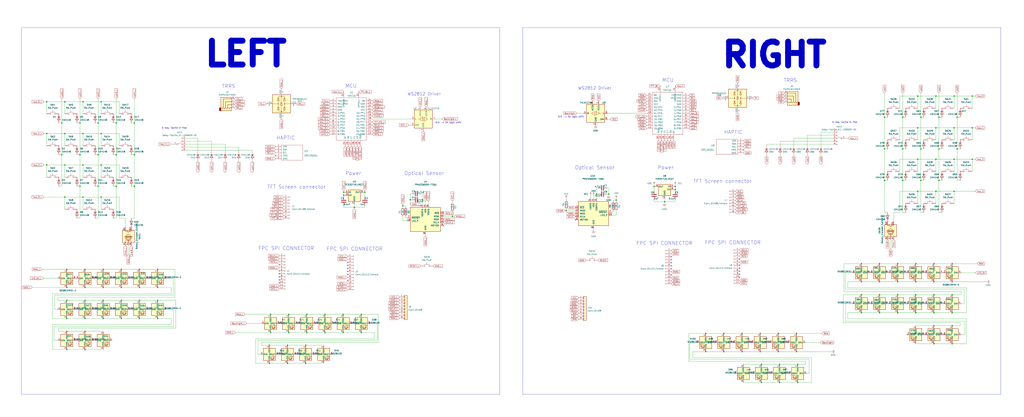
<source format=kicad_sch>
(kicad_sch (version 20230121) (generator eeschema)
  (paper "User" 859.993 350.012)
  (junction (at 786.003 107.315))
  (junction (at 54.483 112.141))
  (junction (at 51.943 103.251))
  (junction (at 257.683 264.033))
  (junction (at 71.374 278.257))
  (junction (at 784.352 288.671))
  (junction (at 501.015 162.941))
  (junction (at 82.423 103.251))
  (junction (at 801.243 160.655))
  (junction (at 788.543 125.095))
  (junction (at 738.632 262.636))
  (junction (at 801.243 133.731))
  (junction (at 592.709 295.275))
  (junction (at 306.451 161.417))
  (junction (at 753.872 262.636))
  (junction (at 97.663 103.251))
  (junction (at 758.063 98.425))
  (junction (at 344.551 167.767))
  (junction (at 101.854 226.187))
  (junction (at 639.445 305.943))
  (junction (at 799.592 288.671))
  (junction (at 742.823 125.095))
  (junction (at 784.352 273.431))
  (junction (at 654.685 305.943))
  (junction (at 669.925 305.943))
  (junction (at 379.984 181.737))
  (junction (at 51.943 129.921))
  (junction (at 69.723 85.471))
  (junction (at 112.903 129.921))
  (junction (at 67.183 156.337))
  (junction (at 799.592 221.361))
  (junction (at 638.429 280.035))
  (junction (at 56.134 241.427))
  (junction (at 86.614 267.462))
  (junction (at 801.243 80.645))
  (junction (at 71.374 226.187))
  (junction (at 769.112 221.361))
  (junction (at 638.429 295.275))
  (junction (at 799.592 273.431))
  (junction (at 303.403 279.273))
  (junction (at 742.823 98.425))
  (junction (at 788.543 98.425))
  (junction (at 56.134 226.187))
  (junction (at 82.423 129.921))
  (junction (at 97.663 156.337))
  (junction (at 738.632 247.396))
  (junction (at 241.427 289.941))
  (junction (at 653.669 295.275))
  (junction (at 567.055 159.131))
  (junction (at 738.632 236.601))
  (junction (at 56.134 278.257))
  (junction (at 475.615 176.911))
  (junction (at 69.723 138.557))
  (junction (at 786.003 80.645))
  (junction (at 112.903 156.337))
  (junction (at 623.189 280.035))
  (junction (at 769.112 247.396))
  (junction (at 788.543 151.511))
  (junction (at 801.243 107.315))
  (junction (at 297.561 174.117))
  (junction (at 653.669 280.035))
  (junction (at 592.709 280.035))
  (junction (at 84.963 112.141))
  (junction (at 288.163 264.033))
  (junction (at 101.854 267.462))
  (junction (at 256.667 305.181))
  (junction (at 303.403 264.033))
  (junction (at 669.925 321.183))
  (junction (at 623.189 295.275))
  (junction (at 97.663 129.921))
  (junction (at 56.134 267.462))
  (junction (at 84.963 138.557))
  (junction (at 770.763 133.731))
  (junction (at 288.671 161.417))
  (junction (at 773.303 125.095))
  (junction (at 784.352 221.361))
  (junction (at 101.854 241.427))
  (junction (at 71.374 293.497))
  (junction (at 338.201 172.847))
  (junction (at 39.243 85.471))
  (junction (at 769.112 236.601))
  (junction (at 71.374 267.462))
  (junction (at 723.392 236.601))
  (junction (at 738.632 221.361))
  (junction (at 753.872 247.396))
  (junction (at 549.275 156.591))
  (junction (at 67.183 103.251))
  (junction (at 226.187 289.941))
  (junction (at 558.165 169.291))
  (junction (at 786.003 133.731))
  (junction (at 272.923 264.033))
  (junction (at 69.723 165.481))
  (junction (at 272.923 279.273))
  (junction (at 723.392 247.396))
  (junction (at 54.483 165.481))
  (junction (at 816.483 80.645))
  (junction (at 84.963 165.481))
  (junction (at 786.003 160.655))
  (junction (at 257.683 279.273))
  (junction (at 668.909 280.035))
  (junction (at 723.392 262.636))
  (junction (at 39.243 112.141))
  (junction (at 71.374 241.427))
  (junction (at 816.483 107.315))
  (junction (at 784.352 247.396))
  (junction (at 132.334 267.462))
  (junction (at 112.903 103.251))
  (junction (at 256.667 289.941))
  (junction (at 86.614 241.427))
  (junction (at 769.112 262.636))
  (junction (at 54.483 138.557))
  (junction (at 227.203 264.033))
  (junction (at 354.711 167.767))
  (junction (at 517.525 168.021))
  (junction (at 56.134 293.497))
  (junction (at 799.592 236.601))
  (junction (at 241.427 305.181))
  (junction (at 607.949 295.275))
  (junction (at 117.094 252.222))
  (junction (at 816.483 133.731))
  (junction (at 803.783 125.095))
  (junction (at 132.334 241.427))
  (junction (at 639.445 321.183))
  (junction (at 71.374 252.222))
  (junction (at 770.763 160.655))
  (junction (at 799.592 262.636))
  (junction (at 117.094 241.427))
  (junction (at 86.614 252.222))
  (junction (at 242.443 279.273))
  (junction (at 654.685 321.183))
  (junction (at 86.614 226.187))
  (junction (at 132.334 252.222))
  (junction (at 753.872 236.601))
  (junction (at 723.392 221.361))
  (junction (at 784.352 262.636))
  (junction (at 753.872 221.361))
  (junction (at 82.423 156.337))
  (junction (at 288.671 163.957))
  (junction (at 773.303 98.425))
  (junction (at 84.963 85.471))
  (junction (at 117.094 267.462))
  (junction (at 227.203 279.273))
  (junction (at 770.763 107.315))
  (junction (at 770.763 80.645))
  (junction (at 799.592 247.396))
  (junction (at 607.949 280.035))
  (junction (at 117.094 226.187))
  (junction (at 758.063 125.095))
  (junction (at 101.854 252.222))
  (junction (at 784.352 236.601))
  (junction (at 288.163 279.273))
  (junction (at 242.443 264.033))
  (junction (at 803.783 98.425))
  (junction (at 668.909 295.275))
  (junction (at 56.134 252.222))
  (junction (at 226.187 305.181))
  (junction (at 54.483 85.471))
  (junction (at 773.303 151.511))
  (junction (at 567.055 156.591))
  (junction (at 67.183 129.921))
  (junction (at 511.175 162.941))
  (junction (at 39.243 138.557))
  (junction (at 742.823 151.511))
  (junction (at 132.334 226.187))
  (junction (at 69.723 112.141))
  (junction (at 758.063 151.511))
  (no_connect (at 563.753 218.059))
  (no_connect (at 563.753 215.519))
  (no_connect (at 621.157 227.711))
  (no_connect (at 291.973 220.345))
  (no_connect (at 291.973 225.425))
  (no_connect (at 621.157 217.551))
  (no_connect (at 234.569 232.537))
  (no_connect (at 291.973 222.885))
  (no_connect (at 234.569 229.997))
  (no_connect (at 563.753 223.139))
  (no_connect (at 563.753 225.679))
  (no_connect (at 372.491 189.357))
  (no_connect (at 291.973 235.585))
  (no_connect (at 563.753 230.759))
  (no_connect (at 291.973 227.965))
  (no_connect (at 234.569 235.077))
  (no_connect (at 291.973 230.505))
  (no_connect (at 483.235 184.531))
  (no_connect (at 231.267 130.683))
  (no_connect (at 234.569 227.457))
  (no_connect (at 621.157 232.791))
  (no_connect (at 621.157 225.171))
  (no_connect (at 234.569 222.377))
  (no_connect (at 624.459 125.857))
  (no_connect (at 621.157 230.251))
  (no_connect (at 234.569 237.617))
  (no_connect (at 563.753 220.599))
  (no_connect (at 621.157 222.631))
  (wire (pts (xy 668.909 295.275) (xy 653.669 295.275)))
  (wire (pts (xy 578.485 280.035) (xy 578.485 303.53)))
  (wire (pts (xy 132.334 252.222) (xy 147.574 252.222)))
  (wire (pts (xy 655.193 118.745) (xy 655.193 122.555)))
  (wire (pts (xy 769.112 236.601) (xy 753.872 236.601)))
  (wire (pts (xy 801.243 133.731) (xy 786.003 133.731)))
  (wire (pts (xy 36.703 138.557) (xy 39.243 138.557)))
  (wire (pts (xy 567.055 155.321) (xy 567.055 156.591)))
  (wire (pts (xy 51.943 129.921) (xy 51.943 103.251)))
  (wire (pts (xy 54.483 138.557) (xy 69.723 138.557)))
  (wire (pts (xy 39.243 112.141) (xy 54.483 112.141)))
  (wire (pts (xy 786.003 80.645) (xy 786.003 90.805)))
  (wire (pts (xy 51.943 103.251) (xy 49.403 103.251)))
  (wire (pts (xy 69.723 165.481) (xy 69.723 175.641)))
  (wire (pts (xy 69.723 138.557) (xy 84.963 138.557)))
  (wire (pts (xy 112.903 156.337) (xy 110.363 156.337)))
  (wire (pts (xy 226.187 305.181) (xy 241.427 305.181)))
  (wire (pts (xy 678.053 130.175) (xy 678.053 131.445)))
  (wire (pts (xy 770.763 133.731) (xy 770.763 143.891)))
  (wire (pts (xy 679.45 313.563) (xy 677.545 313.563)))
  (wire (pts (xy 801.243 133.731) (xy 801.243 143.891)))
  (wire (pts (xy 710.057 269.621) (xy 810.387 269.621)))
  (wire (pts (xy 56.134 241.427) (xy 71.374 241.427)))
  (wire (pts (xy 303.403 264.033) (xy 317.627 264.033)))
  (wire (pts (xy 146.939 226.187) (xy 146.939 249.682)))
  (wire (pts (xy 581.66 295.275) (xy 581.66 300.355)))
  (wire (pts (xy 306.451 161.417) (xy 306.451 165.227)))
  (wire (pts (xy 67.183 82.931) (xy 67.183 103.251)))
  (wire (pts (xy 143.764 241.427) (xy 143.764 246.507)))
  (wire (pts (xy 288.671 163.957) (xy 288.671 161.417)))
  (wire (pts (xy 558.165 166.751) (xy 558.165 169.291)))
  (wire (pts (xy 48.514 252.222) (xy 56.134 252.222)))
  (wire (pts (xy 775.843 178.435) (xy 773.303 178.435)))
  (wire (pts (xy 219.329 289.941) (xy 226.187 289.941)))
  (wire (pts (xy 679.45 301.625) (xy 679.45 313.563)))
  (wire (pts (xy 639.445 305.943) (xy 624.205 305.943)))
  (wire (pts (xy 708.152 247.396) (xy 708.152 270.891)))
  (wire (pts (xy 54.483 165.481) (xy 69.723 165.481)))
  (wire (pts (xy 69.723 112.141) (xy 69.723 122.301)))
  (wire (pts (xy 801.243 170.815) (xy 801.243 160.655)))
  (wire (pts (xy 288.671 161.417) (xy 289.941 161.417)))
  (wire (pts (xy 819.023 133.731) (xy 816.483 133.731)))
  (wire (pts (xy 257.683 264.033) (xy 272.923 264.033)))
  (wire (pts (xy 207.137 271.653) (xy 219.583 271.653)))
  (wire (pts (xy 226.187 289.941) (xy 241.427 289.941)))
  (wire (pts (xy 747.903 208.915) (xy 747.903 201.295)))
  (wire (pts (xy 312.801 99.949) (xy 345.313 99.949)))
  (wire (pts (xy 758.063 125.095) (xy 760.603 125.095)))
  (wire (pts (xy 316.738 285.623) (xy 216.662 285.623)))
  (wire (pts (xy 35.179 226.187) (xy 56.134 226.187)))
  (wire (pts (xy 365.633 99.949) (xy 371.221 99.949)))
  (wire (pts (xy 71.374 278.257) (xy 86.614 278.257)))
  (wire (pts (xy 64.643 183.261) (xy 67.183 183.261)))
  (wire (pts (xy 110.363 183.261) (xy 112.903 183.261)))
  (wire (pts (xy 755.523 133.731) (xy 755.523 143.891)))
  (wire (pts (xy 799.592 221.361) (xy 784.352 221.361)))
  (wire (pts (xy 338.201 185.547) (xy 342.011 185.547)))
  (wire (pts (xy 354.711 167.767) (xy 354.711 171.577)))
  (wire (pts (xy 272.923 264.033) (xy 288.163 264.033)))
  (wire (pts (xy 189.103 121.031) (xy 189.103 127.381)))
  (wire (pts (xy 82.423 129.921) (xy 82.423 156.337)))
  (wire (pts (xy 738.632 236.601) (xy 723.392 236.601)))
  (wire (pts (xy 811.657 241.681) (xy 811.657 262.636)))
  (wire (pts (xy 786.003 107.315) (xy 786.003 117.475)))
  (wire (pts (xy 769.112 221.361) (xy 753.872 221.361)))
  (wire (pts (xy 655.193 130.175) (xy 655.193 131.445)))
  (wire (pts (xy 710.057 228.981) (xy 710.057 242.951)))
  (wire (pts (xy 770.763 160.655) (xy 755.523 160.655)))
  (wire (pts (xy 117.094 252.222) (xy 132.334 252.222)))
  (wire (pts (xy 699.643 118.745) (xy 655.193 118.745)))
  (wire (pts (xy 517.525 180.721) (xy 517.525 176.911)))
  (wire (pts (xy 816.483 117.475) (xy 816.483 107.315)))
  (wire (pts (xy 216.662 297.561) (xy 218.567 297.561)))
  (wire (pts (xy 84.963 85.471) (xy 84.963 95.631)))
  (wire (pts (xy 82.423 129.921) (xy 82.423 103.251)))
  (wire (pts (xy 688.975 287.655) (xy 676.529 287.655)))
  (wire (pts (xy 689.483 130.175) (xy 689.483 131.445)))
  (wire (pts (xy 45.339 285.877) (xy 48.514 285.877)))
  (wire (pts (xy 177.673 135.001) (xy 177.673 136.271)))
  (wire (pts (xy 769.112 247.396) (xy 753.872 247.396)))
  (wire (pts (xy 214.63 305.181) (xy 226.187 305.181)))
  (wire (pts (xy 56.134 293.497) (xy 71.374 293.497)))
  (wire (pts (xy 82.423 129.921) (xy 79.883 129.921)))
  (wire (pts (xy 357.251 198.247) (xy 357.251 196.977)))
  (wire (pts (xy 340.741 174.117) (xy 340.741 172.847)))
  (wire (pts (xy 147.574 275.717) (xy 49.149 275.717)))
  (wire (pts (xy 49.403 156.337) (xy 51.943 156.337)))
  (wire (pts (xy 806.577 270.891) (xy 806.577 273.431)))
  (wire (pts (xy 86.614 226.187) (xy 101.854 226.187)))
  (wire (pts (xy 786.003 160.655) (xy 786.003 170.815)))
  (wire (pts (xy 592.709 280.035) (xy 578.485 280.035)))
  (wire (pts (xy 710.057 255.016) (xy 710.057 269.621)))
  (wire (pts (xy 668.909 280.035) (xy 653.669 280.035)))
  (wire (pts (xy 54.483 85.471) (xy 54.483 95.631)))
  (wire (pts (xy 517.525 168.021) (xy 517.525 169.291)))
  (wire (pts (xy 200.533 123.571) (xy 200.533 127.381)))
  (wire (pts (xy 501.015 162.941) (xy 502.285 162.941)))
  (wire (pts (xy 788.543 98.425) (xy 788.543 125.095)))
  (wire (pts (xy 711.962 267.716) (xy 811.657 267.716)))
  (wire (pts (xy 803.783 125.095) (xy 806.323 125.095)))
  (wire (pts (xy 306.451 174.117) (xy 297.561 174.117)))
  (wire (pts (xy 67.183 103.251) (xy 67.183 129.921)))
  (wire (pts (xy 317.627 287.528) (xy 219.329 287.528)))
  (wire (pts (xy 71.374 252.222) (xy 86.614 252.222)))
  (wire (pts (xy 312.801 84.709) (xy 313.055 84.709)))
  (wire (pts (xy 681.482 321.183) (xy 669.925 321.183)))
  (wire (pts (xy 799.592 247.396) (xy 784.352 247.396)))
  (wire (pts (xy 784.352 288.671) (xy 769.112 288.671)))
  (wire (pts (xy 112.903 129.921) (xy 112.903 156.337)))
  (wire (pts (xy 39.243 138.557) (xy 39.243 148.717)))
  (wire (pts (xy 345.821 162.687) (xy 344.551 162.687)))
  (wire (pts (xy 132.334 241.427) (xy 143.764 241.427)))
  (wire (pts (xy 579.374 301.625) (xy 679.45 301.625)))
  (wire (pts (xy 219.329 287.528) (xy 219.329 289.941)))
  (wire (pts (xy 156.083 118.491) (xy 177.673 118.491)))
  (wire (pts (xy 801.243 107.315) (xy 786.003 107.315)))
  (wire (pts (xy 723.392 221.361) (xy 708.787 221.361)))
  (wire (pts (xy 542.925 79.883) (xy 542.671 79.883)))
  (wire (pts (xy 809.752 255.016) (xy 807.212 255.016)))
  (wire (pts (xy 69.723 85.471) (xy 69.723 95.631)))
  (wire (pts (xy 48.514 249.682) (xy 48.514 252.222)))
  (wire (pts (xy 495.935 164.211) (xy 495.935 166.751)))
  (wire (pts (xy 788.543 78.105) (xy 788.543 98.425)))
  (wire (pts (xy 67.183 156.337) (xy 67.183 183.261)))
  (wire (pts (xy 803.783 125.095) (xy 803.783 151.511)))
  (wire (pts (xy 578.485 303.53) (xy 676.783 303.53)))
  (wire (pts (xy 803.783 125.095) (xy 803.783 98.425)))
  (wire (pts (xy 770.763 107.315) (xy 770.763 117.475)))
  (wire (pts (xy 773.303 125.095) (xy 773.303 98.425)))
  (wire (pts (xy 498.475 164.211) (xy 498.475 166.751)))
  (wire (pts (xy 653.669 280.035) (xy 638.429 280.035)))
  (wire (pts (xy 343.281 105.029) (xy 345.313 105.029)))
  (wire (pts (xy 699.643 121.285) (xy 643.763 121.285)))
  (wire (pts (xy 84.963 85.471) (xy 100.203 85.471)))
  (wire (pts (xy 344.551 167.767) (xy 344.551 162.687)))
  (wire (pts (xy 786.003 133.731) (xy 786.003 143.891)))
  (wire (pts (xy 654.685 305.943) (xy 639.445 305.943)))
  (wire (pts (xy 511.175 162.941) (xy 511.175 157.861)))
  (wire (pts (xy 45.974 247.777) (xy 45.974 259.842)))
  (wire (pts (xy 345.821 167.767) (xy 344.551 167.767)))
  (wire (pts (xy 699.643 116.205) (xy 666.623 116.205)))
  (wire (pts (xy 511.175 164.211) (xy 511.175 162.941)))
  (wire (pts (xy 95.123 183.261) (xy 97.663 183.261)))
  (wire (pts (xy 753.872 247.396) (xy 738.632 247.396)))
  (wire (pts (xy 708.787 221.361) (xy 708.787 244.856)))
  (wire (pts (xy 514.985 178.181) (xy 514.985 176.911)))
  (wire (pts (xy 110.363 103.251) (xy 112.903 103.251)))
  (wire (pts (xy 145.669 247.777) (xy 45.974 247.777)))
  (wire (pts (xy 145.669 233.807) (xy 145.669 247.777)))
  (wire (pts (xy 359.791 169.037) (xy 359.791 171.577)))
  (wire (pts (xy 738.632 262.636) (xy 723.392 262.636)))
  (wire (pts (xy 143.764 246.507) (xy 44.069 246.507)))
  (wire (pts (xy 84.963 138.557) (xy 84.963 148.717)))
  (wire (pts (xy 758.063 125.095) (xy 758.063 151.511)))
  (wire (pts (xy 643.763 130.175) (xy 643.763 131.445)))
  (wire (pts (xy 354.711 167.767) (xy 353.441 167.767)))
  (wire (pts (xy 549.275 169.291) (xy 558.165 169.291)))
  (wire (pts (xy 256.667 289.941) (xy 271.907 289.941)))
  (wire (pts (xy 638.429 280.035) (xy 623.189 280.035)))
  (wire (pts (xy 372.491 181.737) (xy 379.984 181.737)))
  (wire (pts (xy 803.783 78.105) (xy 803.783 98.425)))
  (wire (pts (xy 342.011 183.007) (xy 340.741 183.007)))
  (wire (pts (xy 475.615 166.751) (xy 475.615 168.021)))
  (wire (pts (xy 775.843 151.511) (xy 773.303 151.511)))
  (wire (pts (xy 786.003 107.315) (xy 770.763 107.315)))
  (wire (pts (xy 139.954 233.807) (xy 145.669 233.807)))
  (wire (pts (xy 807.212 244.856) (xy 807.212 247.396)))
  (wire (pts (xy 132.334 226.187) (xy 146.939 226.187)))
  (wire (pts (xy 354.711 167.767) (xy 354.711 162.687)))
  (wire (pts (xy 54.483 138.557) (xy 54.483 148.717)))
  (wire (pts (xy 205.867 264.033) (xy 227.203 264.033)))
  (wire (pts (xy 145.669 274.447) (xy 45.339 274.447)))
  (wire (pts (xy 773.303 78.105) (xy 773.303 98.425)))
  (wire (pts (xy 200.533 135.001) (xy 200.533 136.271)))
  (wire (pts (xy 784.352 247.396) (xy 769.112 247.396)))
  (wire (pts (xy 819.023 80.645) (xy 816.483 80.645)))
  (wire (pts (xy 36.703 112.141) (xy 39.243 112.141)))
  (wire (pts (xy 579.374 287.655) (xy 579.374 301.625)))
  (wire (pts (xy 738.632 221.361) (xy 723.392 221.361)))
  (wire (pts (xy 117.094 226.187) (xy 132.334 226.187)))
  (wire (pts (xy 799.592 262.636) (xy 784.352 262.636)))
  (wire (pts (xy 723.392 236.601) (xy 711.962 236.601)))
  (wire (pts (xy 699.643 111.125) (xy 689.483 111.125)))
  (wire (pts (xy 501.015 162.941) (xy 501.015 157.861)))
  (wire (pts (xy 567.055 168.021) (xy 567.055 169.291)))
  (wire (pts (xy 112.903 82.931) (xy 112.903 103.251)))
  (wire (pts (xy 216.662 285.623) (xy 216.662 297.561)))
  (wire (pts (xy 340.741 183.007) (xy 340.741 181.737)))
  (wire (pts (xy 676.783 305.943) (xy 669.925 305.943)))
  (wire (pts (xy 742.823 151.511) (xy 742.823 178.435)))
  (wire (pts (xy 742.823 151.511) (xy 745.363 151.511)))
  (wire (pts (xy 786.003 133.731) (xy 770.763 133.731)))
  (wire (pts (xy 132.334 267.462) (xy 143.764 267.462)))
  (wire (pts (xy 256.667 305.181) (xy 271.907 305.181)))
  (wire (pts (xy 585.089 287.655) (xy 579.374 287.655)))
  (wire (pts (xy 816.483 107.315) (xy 801.243 107.315)))
  (wire (pts (xy 819.277 228.981) (xy 807.212 228.981)))
  (wire (pts (xy 344.424 171.704) (xy 344.424 167.767)))
  (wire (pts (xy 101.854 267.462) (xy 117.094 267.462)))
  (wire (pts (xy 156.083 115.951) (xy 166.243 115.951)))
  (wire (pts (xy 784.352 273.431) (xy 769.112 273.431)))
  (wire (pts (xy 745.363 98.425) (xy 742.823 98.425)))
  (wire (pts (xy 56.134 278.257) (xy 71.374 278.257)))
  (wire (pts (xy 100.203 183.261) (xy 105.283 183.261)))
  (wire (pts (xy 711.962 241.681) (xy 811.657 241.681)))
  (wire (pts (xy 54.483 175.641) (xy 54.483 165.481)))
  (wire (pts (xy 44.069 272.542) (xy 44.069 293.497)))
  (wire (pts (xy 79.883 156.337) (xy 82.423 156.337)))
  (wire (pts (xy 316.738 271.653) (xy 316.738 285.623)))
  (wire (pts (xy 819.023 160.655) (xy 801.243 160.655)))
  (wire (pts (xy 690.245 280.035) (xy 668.909 280.035)))
  (wire (pts (xy 799.592 273.431) (xy 784.352 273.431)))
  (wire (pts (xy 810.387 269.621) (xy 810.387 281.051)))
  (wire (pts (xy 297.561 174.117) (xy 297.561 175.387)))
  (wire (pts (xy 288.671 174.117) (xy 297.561 174.117)))
  (wire (pts (xy 305.181 161.417) (xy 306.451 161.417)))
  (wire (pts (xy 715.772 228.981) (xy 710.057 228.981)))
  (wire (pts (xy 288.671 172.847) (xy 288.671 174.117)))
  (wire (pts (xy 344.424 167.767) (xy 344.551 167.767)))
  (wire (pts (xy 666.623 130.175) (xy 666.623 131.445)))
  (wire (pts (xy 784.352 236.601) (xy 769.112 236.601)))
  (wire (pts (xy 288.163 264.033) (xy 303.403 264.033)))
  (wire (pts (xy 107.823 213.741) (xy 107.823 206.121)))
  (wire (pts (xy 770.763 80.645) (xy 755.523 80.645)))
  (wire (pts (xy 306.451 172.847) (xy 306.451 174.117)))
  (wire (pts (xy 567.055 159.131) (xy 567.055 156.591)))
  (wire (pts (xy 49.149 278.257) (xy 56.134 278.257)))
  (wire (pts (xy 45.974 259.842) (xy 48.514 259.842)))
  (wire (pts (xy 64.643 103.251) (xy 67.183 103.251)))
  (wire (pts (xy 36.449 233.807) (xy 48.514 233.807)))
  (wire (pts (xy 784.352 262.636) (xy 769.112 262.636)))
  (wire (pts (xy 791.083 98.425) (xy 788.543 98.425)))
  (wire (pts (xy 742.823 98.425) (xy 742.823 125.095)))
  (wire (pts (xy 811.657 267.716) (xy 811.657 288.671)))
  (wire (pts (xy 699.643 113.665) (xy 678.053 113.665)))
  (wire (pts (xy 758.063 98.425) (xy 760.603 98.425)))
  (wire (pts (xy 317.627 264.033) (xy 317.627 287.528)))
  (wire (pts (xy 816.483 80.645) (xy 816.483 90.805)))
  (wire (pts (xy 156.083 123.571) (xy 200.533 123.571)))
  (wire (pts (xy 69.723 165.481) (xy 84.963 165.481)))
  (wire (pts (xy 801.243 80.645) (xy 786.003 80.645)))
  (wire (pts (xy 755.523 160.655) (xy 755.523 178.435)))
  (wire (pts (xy 257.683 279.273) (xy 272.923 279.273)))
  (wire (pts (xy 67.183 156.337) (xy 64.643 156.337)))
  (wire (pts (xy 338.201 172.847) (xy 338.201 174.117)))
  (wire (pts (xy 755.523 178.435) (xy 750.443 178.435)))
  (wire (pts (xy 816.483 133.731) (xy 816.483 143.891)))
  (wire (pts (xy 816.483 133.731) (xy 801.243 133.731)))
  (wire (pts (xy 475.615 176.911) (xy 474.345 176.911)))
  (wire (pts (xy 567.055 160.401) (xy 567.055 159.131)))
  (wire (pts (xy 509.905 157.861) (xy 511.175 157.861)))
  (wire (pts (xy 112.903 156.337) (xy 112.903 183.261)))
  (wire (pts (xy 51.943 82.931) (xy 51.943 103.251)))
  (wire (pts (xy 711.962 262.636) (xy 711.962 267.716)))
  (wire (pts (xy 303.403 279.273) (xy 314.452 279.273)))
  (wire (pts (xy 69.723 138.557) (xy 69.723 148.717)))
  (wire (pts (xy 801.243 160.655) (xy 786.003 160.655)))
  (wire (pts (xy 84.963 165.481) (xy 84.963 175.641)))
  (wire (pts (xy 828.675 236.601) (xy 799.592 236.601)))
  (wire (pts (xy 770.763 107.315) (xy 755.523 107.315)))
  (wire (pts (xy 791.083 178.435) (xy 788.543 178.435)))
  (wire (pts (xy 498.475 193.421) (xy 498.475 192.151)))
  (wire (pts (xy 689.483 111.125) (xy 689.483 122.555)))
  (wire (pts (xy 100.203 85.471) (xy 100.203 95.631)))
  (wire (pts (xy 189.103 135.001) (xy 189.103 136.271)))
  (wire (pts (xy 97.663 129.921) (xy 97.663 156.337)))
  (wire (pts (xy 379.984 181.737) (xy 379.984 177.8)))
  (wire (pts (xy 49.149 275.717) (xy 49.149 278.257)))
  (wire (pts (xy 314.452 284.353) (xy 214.63 284.353)))
  (wire (pts (xy 811.657 262.636) (xy 799.592 262.636)))
  (wire (pts (xy 709.803 116.205) (xy 712.343 116.205)))
  (wire (pts (xy 799.592 236.601) (xy 784.352 236.601)))
  (wire (pts (xy 379.984 181.737) (xy 381.381 181.737)))
  (wire (pts (xy 71.374 241.427) (xy 86.614 241.427)))
  (wire (pts (xy 97.663 156.337) (xy 97.663 183.261)))
  (wire (pts (xy 86.614 267.462) (xy 101.854 267.462)))
  (wire (pts (xy 760.603 178.435) (xy 758.063 178.435)))
  (wire (pts (xy 227.203 264.033) (xy 242.443 264.033)))
  (wire (pts (xy 288.163 279.273) (xy 303.403 279.273)))
  (wire (pts (xy 639.445 321.183) (xy 624.205 321.183)))
  (wire (pts (xy 742.823 78.105) (xy 742.823 98.425)))
  (wire (pts (xy 654.685 321.183) (xy 639.445 321.183)))
  (wire (pts (xy 678.053 113.665) (xy 678.053 122.555)))
  (wire (pts (xy 354.711 162.687) (xy 353.441 162.687)))
  (wire (pts (xy 550.545 156.591) (xy 549.275 156.591)))
  (wire (pts (xy 101.854 252.222) (xy 117.094 252.222)))
  (wire (pts (xy 607.949 280.035) (xy 592.709 280.035)))
  (wire (pts (xy 803.783 98.425) (xy 806.323 98.425)))
  (wire (pts (xy 242.443 279.273) (xy 257.683 279.273)))
  (wire (pts (xy 809.752 242.951) (xy 809.752 255.016)))
  (wire (pts (xy 82.423 103.251) (xy 79.883 103.251)))
  (wire (pts (xy 97.663 103.251) (xy 95.123 103.251)))
  (wire (pts (xy 379.984 168.91) (xy 379.984 170.18)))
  (wire (pts (xy 784.352 221.361) (xy 769.112 221.361)))
  (wire (pts (xy 755.523 107.315) (xy 755.523 117.475)))
  (wire (pts (xy 681.482 300.355) (xy 681.482 321.183)))
  (wire (pts (xy 643.763 121.285) (xy 643.763 122.555)))
  (wire (pts (xy 306.451 160.147) (xy 306.451 161.417)))
  (wire (pts (xy 514.985 169.291) (xy 514.985 168.021)))
  (wire (pts (xy 623.189 295.275) (xy 607.949 295.275)))
  (wire (pts (xy 770.763 160.655) (xy 770.763 170.815)))
  (wire (pts (xy 770.763 80.645) (xy 770.763 90.805)))
  (wire (pts (xy 742.823 125.095) (xy 745.363 125.095)))
  (wire (pts (xy 84.963 112.141) (xy 100.203 112.141)))
  (wire (pts (xy 97.663 129.921) (xy 95.123 129.921)))
  (wire (pts (xy 758.063 151.511) (xy 758.063 178.435)))
  (wire (pts (xy 357.251 169.037) (xy 357.251 171.577)))
  (wire (pts (xy 44.069 267.462) (xy 56.134 267.462)))
  (wire (pts (xy 773.303 125.095) (xy 773.303 151.511)))
  (wire (pts (xy 166.243 135.001) (xy 166.243 136.271)))
  (wire (pts (xy 101.854 226.187) (xy 117.094 226.187)))
  (wire (pts (xy 71.374 226.187) (xy 86.614 226.187)))
  (wire (pts (xy 788.543 151.511) (xy 791.083 151.511)))
  (wire (pts (xy 820.547 221.361) (xy 799.592 221.361)))
  (wire (pts (xy 773.303 151.511) (xy 773.303 178.435)))
  (wire (pts (xy 475.615 176.911) (xy 475.615 175.641)))
  (wire (pts (xy 82.423 82.931) (xy 82.423 103.251)))
  (wire (pts (xy 156.083 121.031) (xy 189.103 121.031)))
  (wire (pts (xy 101.854 241.427) (xy 117.094 241.427)))
  (wire (pts (xy 723.392 247.396) (xy 708.152 247.396)))
  (wire (pts (xy 676.783 303.53) (xy 676.783 305.943)))
  (wire (pts (xy 513.715 178.181) (xy 514.985 178.181)))
  (wire (pts (xy 738.632 247.396) (xy 723.392 247.396)))
  (wire (pts (xy 289.941 163.957) (xy 288.671 163.957)))
  (wire (pts (xy 816.483 80.645) (xy 801.243 80.645)))
  (wire (pts (xy 549.275 155.321) (xy 549.275 156.591)))
  (wire (pts (xy 112.903 129.921) (xy 110.363 129.921)))
  (wire (pts (xy 97.663 82.931) (xy 97.663 103.251)))
  (wire (pts (xy 214.63 284.353) (xy 214.63 305.181)))
  (wire (pts (xy 51.943 129.921) (xy 51.943 156.337)))
  (wire (pts (xy 592.709 295.275) (xy 581.66 295.275)))
  (wire (pts (xy 542.925 95.123) (xy 510.413 95.123)))
  (wire (pts (xy 241.427 305.181) (xy 256.667 305.181)))
  (wire (pts (xy 517.525 166.751) (xy 517.525 168.021)))
  (wire (pts (xy 112.903 103.251) (xy 112.903 129.921)))
  (wire (pts (xy 723.392 262.636) (xy 711.962 262.636)))
  (wire (pts (xy 211.963 126.111) (xy 211.963 127.381)))
  (wire (pts (xy 242.443 264.033) (xy 257.683 264.033)))
  (wire (pts (xy 54.483 85.471) (xy 69.723 85.471)))
  (wire (pts (xy 755.523 80.645) (xy 755.523 90.805)))
  (wire (pts (xy 56.134 252.222) (xy 71.374 252.222)))
  (wire (pts (xy 669.925 305.943) (xy 654.685 305.943)))
  (wire (pts (xy 745.363 178.435) (xy 742.823 178.435)))
  (wire (pts (xy 177.673 118.491) (xy 177.673 127.381)))
  (wire (pts (xy 143.764 267.462) (xy 143.764 272.542)))
  (wire (pts (xy 483.235 176.911) (xy 475.615 176.911)))
  (wire (pts (xy 753.872 262.636) (xy 738.632 262.636)))
  (wire (pts (xy 51.943 129.921) (xy 49.403 129.921)))
  (wire (pts (xy 653.669 295.275) (xy 638.429 295.275)))
  (wire (pts (xy 69.723 85.471) (xy 84.963 85.471)))
  (wire (pts (xy 54.483 112.141) (xy 54.483 122.301)))
  (wire (pts (xy 806.323 151.511) (xy 803.783 151.511)))
  (wire (pts (xy 288.671 160.147) (xy 288.671 161.417)))
  (wire (pts (xy 340.741 172.847) (xy 338.201 172.847)))
  (wire (pts (xy 117.094 267.462) (xy 132.334 267.462)))
  (wire (pts (xy 67.183 129.921) (xy 64.643 129.921)))
  (wire (pts (xy 810.387 281.051) (xy 807.212 281.051)))
  (wire (pts (xy 211.963 135.001) (xy 211.963 136.271)))
  (wire (pts (xy 67.183 129.921) (xy 67.183 156.337)))
  (wire (pts (xy 758.063 151.511) (xy 760.603 151.511)))
  (wire (pts (xy 549.275 168.021) (xy 549.275 169.291)))
  (wire (pts (xy 711.962 236.601) (xy 711.962 241.681)))
  (wire (pts (xy 770.763 133.731) (xy 755.523 133.731)))
  (wire (pts (xy 97.663 156.337) (xy 95.123 156.337)))
  (wire (pts (xy 84.963 112.141) (xy 84.963 122.301)))
  (wire (pts (xy 338.201 171.577) (xy 338.201 172.847)))
  (wire (pts (xy 86.614 252.222) (xy 101.854 252.222)))
  (wire (pts (xy 742.823 125.095) (xy 742.823 151.511)))
  (wire (pts (xy 117.094 241.427) (xy 132.334 241.427)))
  (wire (pts (xy 36.703 165.481) (xy 54.483 165.481)))
  (wire (pts (xy 44.069 293.497) (xy 56.134 293.497)))
  (wire (pts (xy 769.112 262.636) (xy 753.872 262.636)))
  (wire (pts (xy 39.243 85.471) (xy 54.483 85.471)))
  (wire (pts (xy 297.561 171.577) (xy 297.561 174.117)))
  (wire (pts (xy 786.003 160.655) (xy 770.763 160.655)))
  (wire (pts (xy 71.374 293.497) (xy 86.614 293.497)))
  (wire (pts (xy 801.243 107.315) (xy 801.243 117.475)))
  (wire (pts (xy 145.669 259.842) (xy 145.669 274.447)))
  (wire (pts (xy 819.023 107.315) (xy 816.483 107.315)))
  (wire (pts (xy 801.243 80.645) (xy 801.243 90.805)))
  (wire (pts (xy 512.445 100.203) (xy 510.413 100.203)))
  (wire (pts (xy 146.939 249.682) (xy 48.514 249.682)))
  (wire (pts (xy 710.057 242.951) (xy 809.752 242.951)))
  (wire (pts (xy 39.243 85.471) (xy 39.243 95.631)))
  (wire (pts (xy 79.883 183.261) (xy 82.423 183.261)))
  (wire (pts (xy 145.923 121.031) (xy 143.383 121.031)))
  (wire (pts (xy 105.283 183.261) (xy 105.283 190.881)))
  (wire (pts (xy 501.015 157.861) (xy 502.285 157.861)))
  (wire (pts (xy 84.963 138.557) (xy 100.203 138.557)))
  (wire (pts (xy 27.051 241.427) (xy 56.134 241.427)))
  (wire (pts (xy 607.949 295.275) (xy 592.709 295.275)))
  (wire (pts (xy 753.872 221.361) (xy 738.632 221.361)))
  (wire (pts (xy 698.373 295.275) (xy 668.909 295.275)))
  (wire (pts (xy 97.663 129.921) (xy 97.663 103.251)))
  (wire (pts (xy 143.764 272.542) (xy 44.069 272.542)))
  (wire (pts (xy 84.963 165.481) (xy 100.203 165.481)))
  (wire (pts (xy 708.787 244.856) (xy 807.212 244.856)))
  (wire (pts (xy 100.203 112.141) (xy 100.203 122.301)))
  (wire (pts (xy 509.905 162.941) (xy 511.175 162.941)))
  (wire (pts (xy 36.703 85.471) (xy 39.243 85.471)))
  (wire (pts (xy 750.443 178.435) (xy 750.443 186.055)))
  (wire (pts (xy 56.134 226.187) (xy 71.374 226.187)))
  (wire (pts (xy 567.055 169.291) (xy 558.165 169.291)))
  (wire (pts (xy 753.872 236.601) (xy 738.632 236.601)))
  (wire (pts (xy 708.152 270.891) (xy 806.577 270.891)))
  (wire (pts (xy 166.243 115.951) (xy 166.243 127.381)))
  (wire (pts (xy 517.525 180.721) (xy 513.715 180.721)))
  (wire (pts (xy 623.189 280.035) (xy 607.949 280.035)))
  (wire (pts (xy 311.023 271.653) (xy 316.738 271.653)))
  (wire (pts (xy 197.739 279.273) (xy 227.203 279.273)))
  (wire (pts (xy 45.339 274.447) (xy 45.339 285.877)))
  (wire (pts (xy 715.772 255.016) (xy 710.057 255.016)))
  (wire (pts (xy 338.201 185.547) (xy 338.201 181.737)))
  (wire (pts (xy 786.003 80.645) (xy 770.763 80.645)))
  (wire (pts (xy 811.657 288.671) (xy 799.592 288.671)))
  (wire (pts (xy 514.985 168.021) (xy 517.525 168.021)))
  (wire (pts (xy 807.212 247.396) (xy 799.592 247.396)))
  (wire (pts (xy 227.203 279.273) (xy 242.443 279.273)))
  (wire (pts (xy 565.785 159.131) (xy 567.055 159.131)))
  (wire (pts (xy 758.063 78.105) (xy 758.063 98.425)))
  (wire (pts (xy 69.723 112.141) (xy 84.963 112.141)))
  (wire (pts (xy 669.925 321.183) (xy 654.685 321.183)))
  (wire (pts (xy 39.243 122.301) (xy 39.243 112.141)))
  (wire (pts (xy 490.093 95.123) (xy 484.505 95.123)))
  (wire (pts (xy 241.427 289.941) (xy 256.667 289.941)))
  (wire (pts (xy 773.303 125.095) (xy 775.843 125.095)))
  (wire (pts (xy 501.015 162.941) (xy 501.015 166.751)))
  (wire (pts (xy 788.543 151.511) (xy 788.543 178.435)))
  (wire (pts (xy 773.303 98.425) (xy 775.843 98.425)))
  (wire (pts (xy 567.055 156.591) (xy 565.785 156.591)))
  (wire (pts (xy 71.374 267.462) (xy 86.614 267.462)))
  (wire (pts (xy 272.923 279.273) (xy 288.163 279.273)))
  (wire (pts (xy 314.452 279.273) (xy 314.452 284.353)))
  (wire (pts (xy 39.243 138.557) (xy 54.483 138.557)))
  (wire (pts (xy 638.429 295.275) (xy 623.189 295.275)))
  (wire (pts (xy 799.592 288.671) (xy 784.352 288.671)))
  (wire (pts (xy 806.577 273.431) (xy 799.592 273.431)))
  (wire (pts (xy 100.203 138.557) (xy 100.203 148.717)))
  (wire (pts (xy 147.574 252.222) (xy 147.574 275.717)))
  (wire (pts (xy 788.543 125.095) (xy 788.543 151.511)))
  (wire (pts (xy 139.954 259.842) (xy 145.669 259.842)))
  (wire (pts (xy 44.069 246.507) (xy 44.069 267.462)))
  (wire (pts (xy 156.083 126.111) (xy 211.963 126.111)))
  (wire (pts (xy 288.671 165.227) (xy 288.671 163.957)))
  (wire (pts (xy 758.063 125.095) (xy 758.063 98.425)))
  (wire (pts (xy 56.134 267.462) (xy 71.374 267.462)))
  (wire (pts (xy 788.543 125.095) (xy 791.083 125.095)))
  (wire (pts (xy 54.483 112.141) (xy 69.723 112.141)))
  (wire (pts (xy 86.614 241.427) (xy 101.854 241.427)))
  (wire (pts (xy 549.275 156.591) (xy 549.275 160.401)))
  (wire (pts (xy 666.623 116.205) (xy 666.623 122.555)))
  (wire (pts (xy 581.66 300.355) (xy 681.482 300.355)))
  (wire (pts (xy 558.165 169.291) (xy 558.165 170.561)))
  (wire (pts (xy 82.423 156.337) (xy 82.423 183.261)))
  (wire (pts (xy 100.203 165.481) (xy 100.203 183.261)))
  (rectangle (start 438.912 23.114) (end 840.486 331.216))
  (rectangle (start 18.034 23.114) (end 419.608 331.216))
  (text "TRRS" (at 186.309 74.295 0) (effects (font (size 2.9972 2.9972)) (justify left bottom)))
  (text "TFT Screen connector" (at 224.409 158.877 0) (effects (font (size 2.9972 2.9972)) (justify left bottom)))
  (text "Optical Sensor" (at 516.255 142.621 0) (effects (font (size 2.9972 2.9972)) (justify right bottom)))
  (text "TFT Screen connector" (at 631.317 154.051 0) (effects (font (size 2.9972 2.9972)) (justify right bottom)))
  (text "MCU" (at 289.941 74.041 0) (effects (font (size 2.9972 2.9972)) (justify left bottom)))
  (text "HAPTIC" (at 623.697 112.903 0) (effects (font (size 2.9972 2.9972)) (justify right bottom)))
  (text "WS2812 Driver" (at 342.138 80.518 0) (effects (font (size 2.54 2.54)) (justify left bottom)))
  (text "HAPTIC" (at 232.029 117.729 0) (effects (font (size 2.9972 2.9972)) (justify left bottom)))
  (text "5-Way Tactile D-Pad" (at 719.963 103.505 0) (effects (font (size 1.27 1.27)) (justify right bottom)))
  (text "5-Way Tactile D-Pad" (at 135.763 108.331 0) (effects (font (size 1.27 1.27)) (justify left bottom)))
  (text "TRRS" (at 669.417 69.469 0) (effects (font (size 2.9972 2.9972)) (justify right bottom)))
  (text "WS2812 Driver" (at 513.588 75.692 0) (effects (font (size 2.54 2.54)) (justify right bottom)))
  (text "FPC SPI CONNECTOR\n" (at 638.937 205.613 0) (effects (font (size 2.9972 2.9972)) (justify right bottom)))
  (text "Optical Sensor" (at 339.471 147.447 0) (effects (font (size 2.9972 2.9972)) (justify left bottom)))
  (text "FPC SPI CONNECTOR\n" (at 274.193 210.947 0) (effects (font (size 2.9972 2.9972)) (justify left bottom)))
  (text "3v3 -> 5V logic shift" (at 365.506 103.759 0) (effects (font (size 1.27 1.27)) (justify left bottom)))
  (text "MCU" (at 565.785 69.215 0) (effects (font (size 2.9972 2.9972)) (justify right bottom)))
  (text "FPC SPI CONNECTOR\n" (at 581.533 206.121 0) (effects (font (size 2.9972 2.9972)) (justify right bottom)))
  (text "RIGHT" (at 604.266 57.912 0) (effects (font (size 20 20) (thickness 6) bold) (justify left bottom)))
  (text "3v3 -> 5V logic shift" (at 490.22 98.933 0) (effects (font (size 1.27 1.27)) (justify right bottom)))
  (text "Power" (at 289.941 147.447 0) (effects (font (size 2.9972 2.9972)) (justify left bottom)))
  (text "FPC SPI CONNECTOR\n" (at 216.789 210.439 0) (effects (font (size 2.9972 2.9972)) (justify left bottom)))
  (text "LEFT" (at 169.926 57.15 0) (effects (font (size 20 20) (thickness 6) bold) (justify left bottom)))
  (text "Power" (at 565.785 142.621 0) (effects (font (size 2.9972 2.9972)) (justify right bottom)))
  (global_label "GND_L" (shape input) (at 27.051 241.427 180) (property "Intersheetrefs" "${INTERSHEET_REFS}" (effects hide)))
  (global_label "GND_L" (shape input) (at 277.241 89.789 180) (property "Intersheetrefs" "${INTERSHEET_REFS}" (effects hide)))
  (global_label "RESET" (shape input) (at 542.925 84.963 180) (property "Intersheetrefs" "${INTERSHEET_REFS}" (effects hide)))
  (global_label "MISO" (shape input) (at 485.902 257.81 180) (property "Intersheetrefs" "${INTERSHEET_REFS}" (effects hide)))
  (global_label "col1_L" (shape output) (at 177.673 136.271 270) (property "Intersheetrefs" "${INTERSHEET_REFS}" (effects hide)))
  (global_label "SDA" (shape input) (at 485.902 262.89 180) (property "Intersheetrefs" "${INTERSHEET_REFS}" (effects hide)))
  (global_label "EncR_L" (shape input) (at 110.363 206.121 270) (property "Intersheetrefs" "${INTERSHEET_REFS}" (effects hide)))
  (global_label "MISO" (shape input) (at 621.157 212.471 0) (property "Intersheetrefs" "${INTERSHEET_REFS}" (effects hide)))
  (global_label "VCC" (shape input) (at 624.459 118.237 0) (property "Intersheetrefs" "${INTERSHEET_REFS}" (effects hide)))
  (global_label "VCC" (shape input) (at 512.445 100.203 0) (property "Intersheetrefs" "${INTERSHEET_REFS}" (effects hide)))
  (global_label "row_4_L" (shape input) (at 143.383 121.031 180) (property "Intersheetrefs" "${INTERSHEET_REFS}" (effects hide)))
  (global_label "col4_L" (shape input) (at 112.903 82.931 90) (property "Intersheetrefs" "${INTERSHEET_REFS}" (effects hide)))
  (global_label "TFT_RST" (shape input) (at 555.625 117.983 270) (property "Intersheetrefs" "${INTERSHEET_REFS}" (effects hide)))
  (global_label "VCC_L" (shape input) (at 379.984 168.91 90) (property "Intersheetrefs" "${INTERSHEET_REFS}" (effects hide)))
  (global_label "GND_L" (shape input) (at 291.973 217.805 180) (property "Intersheetrefs" "${INTERSHEET_REFS}" (effects hide)))
  (global_label "VCC" (shape input) (at 542.925 87.503 180) (property "Intersheetrefs" "${INTERSHEET_REFS}" (effects hide)))
  (global_label "MOSI_L" (shape input) (at 234.569 224.917 180) (property "Intersheetrefs" "${INTERSHEET_REFS}" (effects hide)))
  (global_label "MOSI_L" (shape input) (at 312.801 110.109 0) (property "Intersheetrefs" "${INTERSHEET_REFS}" (effects hide)))
  (global_label "GND_L" (shape input) (at 197.739 279.273 180) (property "Intersheetrefs" "${INTERSHEET_REFS}" (effects hide)))
  (global_label "LED_5V" (shape input) (at 553.085 117.983 270) (property "Intersheetrefs" "${INTERSHEET_REFS}" (effects hide)))
  (global_label "TX_L" (shape input) (at 196.977 82.931 0) (property "Intersheetrefs" "${INTERSHEET_REFS}" (effects hide)))
  (global_label "col0" (shape output) (at 689.483 131.445 270) (property "Intersheetrefs" "${INTERSHEET_REFS}" (effects hide)))
  (global_label "GND_L" (shape input) (at 355.473 110.109 270) (property "Intersheetrefs" "${INTERSHEET_REFS}" (effects hide)))
  (global_label "RAW_L" (shape input) (at 335.534 267.208 180) (property "Intersheetrefs" "${INTERSHEET_REFS}" (effects hide)))
  (global_label "MOSI" (shape input) (at 563.753 228.219 0) (property "Intersheetrefs" "${INTERSHEET_REFS}" (effects hide)))
  (global_label "VDD_L" (shape input) (at 306.451 160.147 90) (property "Intersheetrefs" "${INTERSHEET_REFS}" (effects hide)))
  (global_label "MOSI_L" (shape input) (at 238.125 170.561 180) (property "Intersheetrefs" "${INTERSHEET_REFS}" (effects hide)))
  (global_label "Backlight" (shape input) (at 484.505 95.123 180) (property "Intersheetrefs" "${INTERSHEET_REFS}" (effects hide)))
  (global_label "SCLK_L" (shape input) (at 372.491 186.817 0) (property "Intersheetrefs" "${INTERSHEET_REFS}" (effects hide)))
  (global_label "MISO_L" (shape input) (at 291.973 240.665 180) (property "Intersheetrefs" "${INTERSHEET_REFS}" (effects hide)))
  (global_label "TFT_CS" (shape input) (at 542.925 97.663 180) (property "Intersheetrefs" "${INTERSHEET_REFS}" (effects hide)))
  (global_label "NCS" (shape input) (at 542.925 107.823 180) (property "Intersheetrefs" "${INTERSHEET_REFS}" (effects hide)))
  (global_label "GND_L" (shape input) (at 363.601 223.393 0) (property "Intersheetrefs" "${INTERSHEET_REFS}" (effects hide)))
  (global_label "TFT_RST_L" (shape input) (at 238.125 180.721 180) (property "Intersheetrefs" "${INTERSHEET_REFS}" (effects hide)))
  (global_label "GND" (shape input) (at 658.749 80.645 180) (property "Intersheetrefs" "${INTERSHEET_REFS}" (effects hide)))
  (global_label "RAW" (shape input) (at 485.902 267.97 180) (property "Intersheetrefs" "${INTERSHEET_REFS}" (effects hide)))
  (global_label "col4" (shape input) (at 565.785 117.983 270) (property "Intersheetrefs" "${INTERSHEET_REFS}" (effects hide)))
  (global_label "col1_L" (shape input) (at 277.241 112.649 180) (property "Intersheetrefs" "${INTERSHEET_REFS}" (effects hide)))
  (global_label "SCLK_L" (shape input) (at 238.125 173.101 180) (property "Intersheetrefs" "${INTERSHEET_REFS}" (effects hide)))
  (global_label "NCS" (shape input) (at 563.753 233.299 0) (property "Intersheetrefs" "${INTERSHEET_REFS}" (effects hide)))
  (global_label "col2" (shape input) (at 560.705 117.983 270) (property "Intersheetrefs" "${INTERSHEET_REFS}" (effects hide)))
  (global_label "SCLK" (shape input) (at 617.601 168.275 0) (property "Intersheetrefs" "${INTERSHEET_REFS}" (effects hide)))
  (global_label "TFT_CS_L" (shape input) (at 238.125 175.641 180) (property "Intersheetrefs" "${INTERSHEET_REFS}" (effects hide)))
  (global_label "GND_L" (shape input) (at 335.534 251.968 180) (property "Intersheetrefs" "${INTERSHEET_REFS}" (effects hide)))
  (global_label "RX_L" (shape input) (at 249.047 87.249 0) (property "Intersheetrefs" "${INTERSHEET_REFS}" (effects hide)))
  (global_label "EncL_L" (shape input) (at 312.801 94.869 0) (property "Intersheetrefs" "${INTERSHEET_REFS}" (effects hide)))
  (global_label "col3" (shape input) (at 758.063 78.105 90) (property "Intersheetrefs" "${INTERSHEET_REFS}" (effects hide)))
  (global_label "GND_L" (shape input) (at 196.977 85.471 0) (property "Intersheetrefs" "${INTERSHEET_REFS}" (effects hide)))
  (global_label "col1" (shape output) (at 678.053 131.445 270) (property "Intersheetrefs" "${INTERSHEET_REFS}" (effects hide)))
  (global_label "col4" (shape input) (at 742.823 78.105 90) (property "Intersheetrefs" "${INTERSHEET_REFS}" (effects hide)))
  (global_label "RAW" (shape input) (at 690.245 280.035 0) (property "Intersheetrefs" "${INTERSHEET_REFS}" (effects hide)))
  (global_label "GND" (shape input) (at 747.903 208.915 270) (property "Intersheetrefs" "${INTERSHEET_REFS}" (effects hide)))
  (global_label "MOSI_L" (shape input) (at 291.973 233.045 180) (property "Intersheetrefs" "${INTERSHEET_REFS}" (effects hide)))
  (global_label "VCC_L" (shape input) (at 288.671 160.147 90) (property "Intersheetrefs" "${INTERSHEET_REFS}" (effects hide)))
  (global_label "row_0" (shape input) (at 578.485 95.123 0) (property "Intersheetrefs" "${INTERSHEET_REFS}" (effects hide)))
  (global_label "VCC_L" (shape input) (at 312.801 92.329 0) (property "Intersheetrefs" "${INTERSHEET_REFS}" (effects hide)))
  (global_label "col3" (shape input) (at 563.245 117.983 270) (property "Intersheetrefs" "${INTERSHEET_REFS}" (effects hide)))
  (global_label "RAW_L" (shape input) (at 205.867 264.033 180) (property "Intersheetrefs" "${INTERSHEET_REFS}" (effects hide)))
  (global_label "SCLK" (shape input) (at 621.157 209.931 0) (property "Intersheetrefs" "${INTERSHEET_REFS}" (effects hide)))
  (global_label "SCLK" (shape input) (at 542.925 100.203 180) (property "Intersheetrefs" "${INTERSHEET_REFS}" (effects hide)))
  (global_label "SCLK" (shape input) (at 483.235 181.991 180) (property "Intersheetrefs" "${INTERSHEET_REFS}" (effects hide)))
  (global_label "row_2" (shape input) (at 578.485 100.203 0) (property "Intersheetrefs" "${INTERSHEET_REFS}" (effects hide)))
  (global_label "GND" (shape input) (at 624.459 128.397 0) (property "Intersheetrefs" "${INTERSHEET_REFS}" (effects hide)))
  (global_label "RAW" (shape input) (at 497.713 84.963 90) (property "Intersheetrefs" "${INTERSHEET_REFS}" (effects hide)))
  (global_label "SCL" (shape input) (at 624.459 123.317 0) (property "Intersheetrefs" "${INTERSHEET_REFS}" (effects hide)))
  (global_label "GND_L" (shape input) (at 344.424 171.704 0) (property "Intersheetrefs" "${INTERSHEET_REFS}" (effects hide)))
  (global_label "col1" (shape input) (at 578.485 107.823 0) (property "Intersheetrefs" "${INTERSHEET_REFS}" (effects hide)))
  (global_label "MISO" (shape input) (at 563.753 235.839 0) (property "Intersheetrefs" "${INTERSHEET_REFS}" (effects hide)))
  (global_label "TFT_DC_L" (shape input) (at 238.125 178.181 180) (property "Intersheetrefs" "${INTERSHEET_REFS}" (effects hide)))
  (global_label "VCC_L" (shape input) (at 234.569 242.697 180) (property "Intersheetrefs" "${INTERSHEET_REFS}" (effects hide)))
  (global_label "col4_L" (shape input) (at 289.941 122.809 270) (property "Intersheetrefs" "${INTERSHEET_REFS}" (effects hide)))
  (global_label "GND" (shape input) (at 619.379 95.123 270) (property "Intersheetrefs" "${INTERSHEET_REFS}" (effects hide)))
  (global_label "LED_5V_L" (shape input) (at 302.641 122.809 270) (property "Intersheetrefs" "${INTERSHEET_REFS}" (effects hide)))
  (global_label "GND_L" (shape input) (at 357.251 198.247 270) (property "Intersheetrefs" "${INTERSHEET_REFS}" (effects hide)))
  (global_label "SCL_L" (shape input) (at 231.267 128.143 180) (property "Intersheetrefs" "${INTERSHEET_REFS}" (effects hide)))
  (global_label "GND_L" (shape input) (at 312.801 87.249 0) (property "Intersheetrefs" "${INTERSHEET_REFS}" (effects hide)))
  (global_label "GND_L" (shape input) (at 234.569 240.157 180) (property "Intersheetrefs" "${INTERSHEET_REFS}" (effects hide)))
  (global_label "GND" (shape input) (at 621.157 235.331 0) (property "Intersheetrefs" "${INTERSHEET_REFS}" (effects hide)))
  (global_label "col2_L" (shape input) (at 82.423 82.931 90) (property "Intersheetrefs" "${INTERSHEET_REFS}" (effects hide)))
  (global_label "RX" (shape input) (at 606.679 82.423 180) (property "Intersheetrefs" "${INTERSHEET_REFS}" (effects hide)))
  (global_label "row_2" (shape input) (at 819.023 133.731 0) (property "Intersheetrefs" "${INTERSHEET_REFS}" (effects hide)))
  (global_label "TFT_CS_L" (shape input) (at 312.801 102.489 0) (property "Intersheetrefs" "${INTERSHEET_REFS}" (effects hide)))
  (global_label "row_1" (shape input) (at 819.023 107.315 0) (property "Intersheetrefs" "${INTERSHEET_REFS}" (effects hide)))
  (global_label "row_1_L" (shape input) (at 277.241 102.489 180) (property "Intersheetrefs" "${INTERSHEET_REFS}" (effects hide)))
  (global_label "col4" (shape output) (at 643.763 131.445 270) (property "Intersheetrefs" "${INTERSHEET_REFS}" (effects hide)))
  (global_label "TFT_DC" (shape input) (at 617.601 173.355 0) (property "Intersheetrefs" "${INTERSHEET_REFS}" (effects hide)))
  (global_label "RAW" (shape input) (at 820.547 221.361 0) (property "Intersheetrefs" "${INTERSHEET_REFS}" (effects hide)))
  (global_label "VCC_L" (shape input) (at 231.267 123.063 180) (property "Intersheetrefs" "${INTERSHEET_REFS}" (effects hide)))
  (global_label "MOSI" (shape input) (at 617.601 165.735 0) (property "Intersheetrefs" "${INTERSHEET_REFS}" (effects hide)))
  (global_label "VDD_L" (shape input) (at 338.201 171.577 90) (property "Intersheetrefs" "${INTERSHEET_REFS}" (effects hide)))
  (global_label "TX_L" (shape input) (at 277.241 84.709 180) (property "Intersheetrefs" "${INTERSHEET_REFS}" (effects hide)))
  (global_label "col2_L" (shape input) (at 295.021 122.809 270) (property "Intersheetrefs" "${INTERSHEET_REFS}" (effects hide)))
  (global_label "SCL_L" (shape input) (at 277.241 97.409 180) (property "Intersheetrefs" "${INTERSHEET_REFS}" (effects hide)))
  (global_label "GND_L" (shape input) (at 238.125 168.021 180) (property "Intersheetrefs" "${INTERSHEET_REFS}" (effects hide)))
  (global_label "MOSI" (shape input) (at 483.235 179.451 180) (property "Intersheetrefs" "${INTERSHEET_REFS}" (effects hide)))
  (global_label "NCS_L" (shape input) (at 234.569 219.837 180) (property "Intersheetrefs" "${INTERSHEET_REFS}" (effects hide)))
  (global_label "GND" (shape input) (at 542.925 82.423 180) (property "Intersheetrefs" "${INTERSHEET_REFS}" (effects hide)))
  (global_label "col0_L" (shape output) (at 166.243 136.271 270) (property "Intersheetrefs" "${INTERSHEET_REFS}" (effects hide)))
  (global_label "col0_L" (shape input) (at 51.943 82.931 90) (property "Intersheetrefs" "${INTERSHEET_REFS}" (effects hide)))
  (global_label "EncL_L" (shape input) (at 105.283 206.121 270) (property "Intersheetrefs" "${INTERSHEET_REFS}" (effects hide)))
  (global_label "SCLK" (shape input) (at 485.902 260.35 180) (property "Intersheetrefs" "${INTERSHEET_REFS}" (effects hide)))
  (global_label "EncR" (shape input) (at 745.363 201.295 270) (property "Intersheetrefs" "${INTERSHEET_REFS}" (effects hide)))
  (global_label "SDA_L" (shape input) (at 231.267 125.603 180) (property "Intersheetrefs" "${INTERSHEET_REFS}" (effects hide)))
  (global_label "SCLK" (shape input) (at 563.753 238.379 0) (property "Intersheetrefs" "${INTERSHEET_REFS}" (effects hide)))
  (global_label "GND" (shape input) (at 617.601 163.195 0) (property "Intersheetrefs" "${INTERSHEET_REFS}" (effects hide)))
  (global_label "EncR_L" (shape input) (at 312.801 97.409 0) (property "Intersheetrefs" "${INTERSHEET_REFS}" (effects hide)))
  (global_label "RAW" (shape input) (at 658.749 83.185 180) (property "Intersheetrefs" "${INTERSHEET_REFS}" (effects hide)))
  (global_label "TX" (shape input) (at 658.749 78.105 180) (property "Intersheetrefs" "${INTERSHEET_REFS}" (effects hide)))
  (global_label "row_3" (shape input) (at 578.485 102.743 0) (property "Intersheetrefs" "${INTERSHEET_REFS}" (effects hide)))
  (global_label "GND" (shape input) (at 485.902 252.73 180) (property "Intersheetrefs" "${INTERSHEET_REFS}" (effects hide)))
  (global_label "RESET_L" (shape input) (at 353.441 223.393 180) (property "Intersheetrefs" "${INTERSHEET_REFS}" (effects hide)))
  (global_label "VCC" (shape input) (at 617.601 160.655 0) (property "Intersheetrefs" "${INTERSHEET_REFS}" (effects hide)))
  (global_label "SCL" (shape input) (at 485.902 265.43 180) (property "Intersheetrefs" "${INTERSHEET_REFS}" (effects hide)))
  (global_label "VCC_L" (shape input) (at 335.534 249.428 180) (property "Intersheetrefs" "${INTERSHEET_REFS}" (effects hide)))
  (global_label "VCC_L" (shape input) (at 343.281 105.029 180) (property "Intersheetrefs" "${INTERSHEET_REFS}" (effects hide)))
  (global_label "VCC_L" (shape input) (at 352.933 89.789 90) (property "Intersheetrefs" "${INTERSHEET_REFS}" (effects hide)))
  (global_label "SDA_L" (shape input) (at 335.534 262.128 180) (property "Intersheetrefs" "${INTERSHEET_REFS}" (effects hide)))
  (global_label "EncL" (shape input) (at 750.443 201.295 270) (property "Intersheetrefs" "${INTERSHEET_REFS}" (effects hide)))
  (global_label "RAW_L" (shape input) (at 35.179 226.187 180) (property "Intersheetrefs" "${INTERSHEET_REFS}" (effects hide)))
  (global_label "col2" (shape input) (at 773.303 78.105 90) (property "Intersheetrefs" "${INTERSHEET_REFS}" (effects hide)))
  (global_label "TFT_RST" (shape input) (at 617.601 175.895 0) (property "Intersheetrefs" "${INTERSHEET_REFS}" (effects hide)))
  (global_label "MOSI" (shape input) (at 485.902 255.27 180) (property "Intersheetrefs" "${INTERSHEET_REFS}" (effects hide)))
  (global_label "col0" (shape input) (at 578.485 105.283 0) (property "Intersheetrefs" "${INTERSHEET_REFS}" (effects hide)))
  (global_label "col3" (shape output) (at 655.193 131.445 270) (property "Intersheetrefs" "${INTERSHEET_REFS}" (effects hide)))
  (global_label "row_3_L" (shape input) (at 277.241 107.569 180) (property "Intersheetrefs" "${INTERSHEET_REFS}" (effects hide)))
  (global_label "MOSI_L" (shape input) (at 372.491 184.277 0) (property "Intersheetrefs" "${INTERSHEET_REFS}" (effects hide)))
  (global_label "MOSI" (shape input) (at 542.925 105.283 180) (property "Intersheetrefs" "${INTERSHEET_REFS}" (effects hide)))
  (global_label "NCS" (shape input) (at 483.235 174.371 180) (property "Intersheetrefs" "${INTERSHEET_REFS}" (effects hide)))
  (global_label "col4_L" (shape output) (at 211.963 136.271 270) (property "Intersheetrefs" "${INTERSHEET_REFS}" (effects hide)))
  (global_label "SCLK_L" (shape input) (at 312.801 105.029 0) (property "Intersheetrefs" "${INTERSHEET_REFS}" (effects hide)))
  (global_label "GND" (shape input) (at 578.485 84.963 0) (property "Intersheetrefs" "${INTERSHEET_REFS}" (effects hide)))
  (global_label "MOSI_L" (shape input) (at 335.534 254.508 180) (property "Intersheetrefs" "${INTERSHEET_REFS}" (effects hide)))
  (global_label "VCC" (shape input) (at 485.902 250.19 180) (property "Intersheetrefs" "${INTERSHEET_REFS}" (effects hide)))
  (global_label "VCC_L" (shape input) (at 238.125 165.481 180) (property "Intersheetrefs" "${INTERSHEET_REFS}" (effects hide)))
  (global_label "SCLK_L" (shape input) (at 291.973 243.205 180) (property "Intersheetrefs" "${INTERSHEET_REFS}" (effects hide)))
  (global_label "MOSI" (shape input) (at 621.157 220.091 0) (property "Intersheetrefs" "${INTERSHEET_REFS}" (effects hide)))
  (global_label "col3_L" (shape output) (at 200.533 136.271 270) (property "Intersheetrefs" "${INTERSHEET_REFS}" (effects hide)))
  (global_label "row_1_L" (shape input) (at 36.703 112.141 180) (property "Intersheetrefs" "${INTERSHEET_REFS}" (effects hide)))
  (global_label "VCC" (shape input) (at 563.753 210.439 0) (property "Intersheetrefs" "${INTERSHEET_REFS}" (effects hide)))
  (global_label "RAW_L" (shape input) (at 358.013 89.789 90) (property "Intersheetrefs" "${INTERSHEET_REFS}" (effects hide)))
  (global_label "TFT_BL_L" (shape input) (at 301.371 77.089 0) (property "Intersheetrefs" "${INTERSHEET_REFS}" (effects hide)))
  (global_label "Backlight_L" (shape input) (at 371.221 99.949 0) (property "Intersheetrefs" "${INTERSHEET_REFS}" (effects hide)))
  (global_label "TFT_CS" (shape input) (at 617.601 170.815 0) (property "Intersheetrefs" "${INTERSHEET_REFS}" (effects hide)))
  (global_label "RESET" (shape input) (at 502.285 218.567 0) (property "Intersheetrefs" "${INTERSHEET_REFS}" (effects hide)))
  (global_label "NCS_L" (shape input) (at 312.801 112.649 0) (property "Intersheetrefs" "${INTERSHEET_REFS}" (effects hide)))
  (global_label "SCLK_L" (shape input) (at 234.569 214.757 180) (property "Intersheetrefs" "${INTERSHEET_REFS}" (effects hide)))
  (global_label "SDA" (shape input) (at 624.459 120.777 0) (property "Intersheetrefs" "${INTERSHEET_REFS}" (effects hide)))
  (global_label "MISO" (shape input) (at 474.345 176.911 180) (property "Intersheetrefs" "${INTERSHEET_REFS}" (effects hide)))
  (global_label "row_4" (shape input) (at 712.343 116.205 0) (property "Intersheetrefs" "${INTERSHEET_REFS}" (effects hide)))
  (global_label "TX_L" (shape input) (at 223.647 87.249 180) (property "Intersheetrefs" "${INTERSHEET_REFS}" (effects hide)))
  (global_label "Backlight_L" (shape input) (at 207.137 271.653 180) (property "Intersheetrefs" "${INTERSHEET_REFS}" (effects hide)))
  (global_label "row_0" (shape input) (at 819.023 80.645 0) (property "Intersheetrefs" "${INTERSHEET_REFS}" (effects hide)))
  (global_label "VCC_L" (shape input) (at 291.973 215.265 180) (property "Intersheetrefs" "${INTERSHEET_REFS}" (effects hide)))
  (global_label "VCC" (shape input) (at 621.157 237.871 0) (property "Intersheetrefs" "${INTERSHEET_REFS}" (effects hide)))
  (global_label "TFT_BL" (shape input) (at 617.601 178.435 0) (property "Intersheetrefs" "${INTERSHEET_REFS}" (effects hide)))
  (global_label "row_3_L" (shape input) (at 36.703 165.481 180) (property "Intersheetrefs" "${INTERSHEET_REFS}" (effects hide)))
  (global_label "SCL" (shape input) (at 578.485 92.583 0) (property "Intersheetrefs" "${INTERSHEET_REFS}" (effects hide)))
  (global_label "row_2_L" (shape input) (at 277.241 105.029 180) (property "Intersheetrefs" "${INTERSHEET_REFS}" (effects hide)))
  (global_label "EncL" (shape input) (at 542.925 90.043 180) (property "Intersheetrefs" "${INTERSHEET_REFS}" (effects hide)))
  (global_label "RAW_L" (shape input) (at 313.055 84.709 0) (property "Intersheetrefs" "${INTERSHEET_REFS}" (effects hide)))
  (global_label "col0_L" (shape input) (at 277.241 110.109 180) (property "Intersheetrefs" "${INTERSHEET_REFS}" (effects hide)))
  (global_label "MISO_L" (shape input) (at 381.381 181.737 0) (property "Intersheetrefs" "${INTERSHEET_REFS}" (effects hide)))
  (global_label "GND_L" (shape input) (at 297.561 175.387 270) (property "Intersheetrefs" "${INTERSHEET_REFS}" (effects hide)))
  (global_label "VDD_L" (shape input) (at 357.251 169.037 90) (property "Intersheetrefs" "${INTERSHEET_REFS}" (effects hide)))
  (global_label "VCC" (shape input) (at 502.793 84.963 90) (property "Intersheetrefs" "${INTERSHEET_REFS}" (effects hide)))
  (global_label "RX_L" (shape input) (at 277.241 87.249 180) (property "Intersheetrefs" "${INTERSHEET_REFS}" (effects hide)))
  (global_label "NCS_L" (shape input) (at 372.491 179.197 0) (property "Intersheetrefs" "${INTERSHEET_REFS}" (effects hide)))
  (global_label "RAW" (shape input) (at 619.379 69.723 90) (property "Intersheetrefs" "${INTERSHEET_REFS}" (effects hide)))
  (global_label "GND_L" (shape input) (at 107.823 213.741 270) (property "Intersheetrefs" "${INTERSHEET_REFS}" (effects hide)))
  (global_label "VCC_L" (shape input) (at 359.791 169.037 90) (property "Intersheetrefs" "${INTERSHEET_REFS}" (effects hide)))
  (global_label "col0" (shape input) (at 803.783 78.105 90) (property "Intersheetrefs" "${INTERSHEET_REFS}" (effects hide)))
  (global_label "row_0_L" (shape input) (at 36.703 85.471 180) (property "Intersheetrefs" "${INTERSHEET_REFS}" (effects hide)))
  (global_label "row_2_L" (shape input) (at 36.703 138.557 180) (property "Intersheetrefs" "${INTERSHEET_REFS}" (effects hide)))
  (global_label "SDA" (shape input) (at 578.485 90.043 0) (property "Intersheetrefs" "${INTERSHEET_REFS}" (effects hide)))
  (global_label "TX" (shape input) (at 578.485 79.883 0) (property "Intersheetrefs" "${INTERSHEET_REFS}" (effects hide)))
  (global_label "GND_L" (shape input) (at 231.267 133.223 180) (property "Intersheetrefs" "${INTERSHEET_REFS}" (effects hide)))
  (global_label "row_0_L" (shape input) (at 277.241 99.949 180) (property "Intersheetrefs" "${INTERSHEET_REFS}" (effects hide)))
  (global_label "SCLK_L" (shape input) (at 335.534 259.588 180) (property "Intersheetrefs" "${INTERSHEET_REFS}" (effects hide)))
  (global_label "LED_5V_L" (shape input) (at 36.449 233.807 180) (property "Intersheetrefs" "${INTERSHEET_REFS}" (effects hide)))
  (global_label "TFT_DC" (shape input) (at 558.165 117.983 270) (property "Intersheetrefs" "${INTERSHEET_REFS}" (effects hide)))
  (global_label "row_1" (shape input) (at 578.485 97.663 0) (property "Intersheetrefs" "${INTERSHEET_REFS}" (effects hide)))
  (global_label "RX" (shape input) (at 578.485 82.423 0) (property "Intersheetrefs" "${INTERSHEET_REFS}" (effects hide)))
  (global_label "MISO_L" (shape input) (at 335.534 257.048 180) (property "Intersheetrefs" "${INTERSHEET_REFS}" (effects hide)))
  (global_label "RAW" (shape input) (at 542.671 79.883 180) (property "Intersheetrefs" "${INTERSHEET_REFS}" (effects hide)))
  (global_label "col1" (shape input) (at 788.543 78.105 90) (property "Intersheetrefs" "${INTERSHEET_REFS}" (effects hide)))
  (global_label "SCL_L" (shape input) (at 335.534 264.668 180) (property "Intersheetrefs" "${INTERSHEET_REFS}" (effects hide)))
  (global_label "RAW_L" (shape input) (at 196.977 88.011 0) (property "Intersheetrefs" "${INTERSHEET_REFS}" (effects hide)))
  (global_label "MISO" (shape input) (at 542.925 102.743 180) (property "Intersheetrefs" "${INTERSHEET_REFS}" (effects hide)))
  (global_label "row_3" (shape input) (at 819.023 160.655 0) (property "Intersheetrefs" "${INTERSHEET_REFS}" (effects hide)))
  (global_label "NCS" (shape input) (at 621.157 215.011 0) (property "Intersheetrefs" "${INTERSHEET_REFS}" (effects hide)))
  (global_label "GND_L" (shape input) (at 277.241 92.329 180) (property "Intersheetrefs" "${INTERSHEET_REFS}" (effects hide)))
  (global_label "col1_L" (shape input) (at 67.183 82.931 90) (property "Intersheetrefs" "${INTERSHEET_REFS}" (effects hide)))
  (global_label "col3_L" (shape input) (at 97.663 82.931 90) (property "Intersheetrefs" "${INTERSHEET_REFS}" (effects hide)))
  (global_label "RX" (shape input) (at 658.749 85.725 180) (property "Intersheetrefs" "${INTERSHEET_REFS}" (effects hide)))
  (global_label "RX_L" (shape input) (at 196.977 90.551 0) (property "Intersheetrefs" "${INTERSHEET_REFS}" (effects hide)))
  (global_label "RESET_L" (shape input) (at 312.801 89.789 0) (property "Intersheetrefs" "${INTERSHEET_REFS}" (effects hide)))
  (global_label "GND_L" (shape input) (at 236.347 99.949 270) (property "Intersheetrefs" "${INTERSHEET_REFS}" (effects hide)))
  (global_label "LED_5V" (shape input) (at 819.277 228.981 0) (property "Intersheetrefs" "${INTERSHEET_REFS}" (effects hide)))
  (global_label "col2" (shape output) (at 666.623 131.445 270) (property "Intersheetrefs" "${INTERSHEET_REFS}" (effects hide)))
  (global_label "col3_L" (shape input) (at 292.481 122.809 270) (property "Intersheetrefs" "${INTERSHEET_REFS}" (effects hide)))
  (global_label "row_4_L" (shape input) (at 288.671 77.089 180) (property "Intersheetrefs" "${INTERSHEET_REFS}" (effects hide)))
  (global_label "col2_L" (shape output) (at 189.103 136.271 270) (property "Intersheetrefs" "${INTERSHEET_REFS}" (effects hide)))
  (global_label "TFT_RST_L" (shape input) (at 300.101 122.809 270) (property "Intersheetrefs" "${INTERSHEET_REFS}" (effects hide)))
  (global_label "GND" (shape input) (at 492.125 218.567 180) (property "Intersheetrefs" "${INTERSHEET_REFS}" (effects hide)))
  (global_label "TFT_BL" (shape input) (at 554.355 72.263 180) (property "Intersheetrefs" "${INTERSHEET_REFS}" (effects hide)))
  (global_label "MISO_L" (shape input) (at 234.569 217.297 180) (property "Intersheetrefs" "${INTERSHEET_REFS}" (effects hide)))
  (global_label "NCS_L" (shape input) (at 291.973 238.125 180) (property "Intersheetrefs" "${INTERSHEET_REFS}" (effects hide)))
  (global_label "TX" (shape input) (at 632.079 82.423 0) (property "Intersheetrefs" "${INTERSHEET_REFS}" (effects hide)))
  (global_label "TFT_DC_L" (shape input) (at 297.561 122.809 270) (property "Intersheetrefs" "${INTERSHEET_REFS}" (effects hide)))
  (global_label "EncR" (shape input) (at 542.925 92.583 180) (property "Intersheetrefs" "${INTERSHEET_REFS}" (effects hide)))
  (global_label "Backlight" (shape input) (at 688.975 287.655 0) (property "Intersheetrefs" "${INTERSHEET_REFS}" (effects hide)))
  (global_label "MISO_L" (shape input) (at 312.801 107.569 0) (property "Intersheetrefs" "${INTERSHEET_REFS}" (effects hide)))
  (global_label "TFT_BL_L" (shape input) (at 238.125 183.261 180) (property "Intersheetrefs" "${INTERSHEET_REFS}" (effects hide)))
  (global_label "row_4" (shape input) (at 567.055 72.263 0) (property "Intersheetrefs" "${INTERSHEET_REFS}" (effects hide)))
  (global_label "GND" (shape input) (at 578.485 87.503 0) (property "Intersheetrefs" "${INTERSHEET_REFS}" (effects hide)))
  (global_label "SDA_L" (shape input) (at 277.241 94.869 180) (property "Intersheetrefs" "${INTERSHEET_REFS}" (effects hide)))
  (global_label "GND" (shape input) (at 563.753 212.979 0) (property "Intersheetrefs" "${INTERSHEET_REFS}" (effects hide)))
  (global_label "RAW_L" (shape input) (at 236.347 74.549 90) (property "Intersheetrefs" "${INTERSHEET_REFS}" (effects hide)))
  (symbol (lib_id "kicad-keyboard-parts:SK6812MINI-E") (at 738.632 228.981 0) (mirror y) (unit 1)
    (property "Reference" "D81" (at 735.711 224.917 0))
    (property "Value" "SK6812MINI-E" (at 725.6954 228.0309 0))
    (property "Footprint" "Alaa:MX_SK6812MINI-E_REV" (effects hide))
    (property "Datasheet" "https://cdn-shop.adafruit.com/product-files/2686/SK6812MINI_REV.01-1-2.pdf" (effects hide))
    (property "Package" "SMD3528" (effects hide))
    (property "MPN " "DY-S352818/RGBC/6812-2T" (effects hide))
  )
  (symbol (lib_id "Switch:SW_Push") (at 105.283 95.631 0) (unit 1)
    (property "Reference" "SW17" (at 105.283 88.011 0))
    (property "Value" "SW_Push" (at 105.283 90.551 0))
    (property "Footprint" "Alaa:Kailh_hotswap_only_MX-CHOC" (effects hide))
  )
  (symbol (lib_id "Regulator_Linear:TLV70019_SOT23-5") (at 297.561 163.957 0) (unit 1)
    (property "Reference" "U3" (at 297.561 152.527 0))
    (property "Value" "TCR2EF19,LM(CT" (at 297.561 155.067 0))
    (property "Footprint" "Package_TO_SOT_SMD:SOT-23-5" (effects hide))
    (property "Datasheet" "http://www.ti.com/lit/ds/symlink/tlv700.pdf" (effects hide))
    (property "LCSC" "C146366" (effects hide))
    (property "MPN " "TCR2EF19,LM(CT" (effects hide))
    (property "Package" "SOT-25" (effects hide))
  )
  (symbol (lib_id "alaa:Diode_1N4148") (at 64.643 99.441 270) (unit 1)
    (property "Reference" "D5" (at 67.183 98.1709 90) (effects (justify left)))
    (property "Value" "1N4148" (at 67.183 100.7109 90) (effects (justify left)))
    (property "Footprint" "Diode_SMD:D_SOD-123" (effects hide))
    (property "Datasheet" "https://assets.nexperia.com/documents/data-sheet/1N4148_1N4448.pdf" (effects hide))
    (property "LCSC" "C8598" (effects hide))
    (property "MPN " "B5819W SL" (effects hide))
    (property "Package" "SOD-123" (effects hide))
  )
  (symbol (lib_id "alaa:Diode_1N4148") (at 110.363 152.527 270) (unit 1)
    (property "Reference" "D19" (at 112.903 151.2569 90) (effects (justify left)))
    (property "Value" "1N4148" (at 112.903 153.7969 90) (effects (justify left)))
    (property "Footprint" "Diode_SMD:D_SOD-123" (effects hide))
    (property "Datasheet" "https://assets.nexperia.com/documents/data-sheet/1N4148_1N4448.pdf" (effects hide))
    (property "LCSC" "C8598" (effects hide))
    (property "MPN " "B5819W SL" (effects hide))
    (property "Package" "SOD-123" (effects hide))
  )
  (symbol (lib_id "Switch:SW_Push") (at 59.563 122.301 0) (unit 1)
    (property "Reference" "SW6" (at 59.563 114.681 0))
    (property "Value" "SW_Push" (at 59.563 117.221 0))
    (property "Footprint" "Alaa:Kailh_hotswap_only_MX-CHOC" (effects hide))
  )
  (symbol (lib_id "Connector_Generic:Conn_01x08") (at 490.982 257.81 0) (unit 1)
    (property "Reference" "J10" (at 493.268 258.445 0) (effects (justify left)))
    (property "Value" "Conn_01x08" (at 493.268 260.985 0) (effects (justify left)))
    (property "Footprint" "Connector_PinSocket_2.00mm:PinSocket_1x08_P2.00mm_Vertical" (effects hide))
  )
  (symbol (lib_id "alaa:Diode_1N4148") (at 806.323 94.615 90) (mirror x) (unit 1)
    (property "Reference" "D47" (at 811.403 93.345 90) (effects (justify left)))
    (property "Value" "1N4148" (at 803.783 95.8849 90) (effects (justify left)))
    (property "Footprint" "Diode_SMD:D_SOD-123" (effects hide))
    (property "Datasheet" "https://assets.nexperia.com/documents/data-sheet/1N4148_1N4448.pdf" (effects hide))
    (property "LCSC" "C8598" (effects hide))
    (property "MPN " "B5819W SL" (effects hide))
    (property "Package" "SOD-123" (effects hide))
  )
  (symbol (lib_id "LED:WS2812B") (at 257.683 271.653 0) (unit 1)
    (property "Reference" "D25" (at 268.605 268.5289 0))
    (property "Value" "WS2812B" (at 268.605 271.0689 0))
    (property "Footprint" "LED_SMD:LED_WS2812B_PLCC4_5.0x5.0mm_P3.2mm" (effects hide))
    (property "Datasheet" "https://cdn-shop.adafruit.com/datasheets/WS2812B.pdf" (effects hide))
    (property "LCSC" "C2843785" (effects hide))
    (property "MPN " "XL-5050RGBC-WS2812B" (effects hide))
    (property "Package" "SMD5050" (effects hide))
  )
  (symbol (lib_id "kicad-keyboard-parts:SK6812MINI-E") (at 769.112 255.016 0) (mirror y) (unit 1)
    (property "Reference" "D69" (at 766.699 251.587 0))
    (property "Value" "SK6812MINI-E" (at 756.1754 254.0659 0))
    (property "Footprint" "Alaa:MX_SK6812MINI-E_REV" (effects hide))
    (property "Datasheet" "https://cdn-shop.adafruit.com/product-files/2686/SK6812MINI_REV.01-1-2.pdf" (effects hide))
    (property "Package" "SMD3528" (effects hide))
    (property "MPN " "DY-S352818/RGBC/6812-2T" (effects hide))
  )
  (symbol (lib_id "Connector_Generic:Conn_01x08") (at 340.614 257.048 0) (unit 1)
    (property "Reference" "J9" (at 342.9 257.683 0) (effects (justify left)))
    (property "Value" "Conn_01x08" (at 342.9 260.223 0) (effects (justify left)))
    (property "Footprint" "Connector_PinSocket_2.00mm:PinSocket_1x08_P2.00mm_Vertical" (effects hide))
  )
  (symbol (lib_id "power:VDD") (at 498.475 164.211 0) (mirror y) (unit 1)
    (property "Reference" "#PWR021" (effects hide))
    (property "Value" "VDD" (at 498.475 160.401 0))
  )
  (symbol (lib_id "LED:WS2812B") (at 668.909 287.655 0) (mirror y) (unit 1)
    (property "Reference" "D88" (at 657.987 284.5309 0))
    (property "Value" "WS2812B" (at 657.987 287.0709 0))
    (property "Footprint" "LED_SMD:LED_WS2812B_PLCC4_5.0x5.0mm_P3.2mm" (effects hide))
    (property "Datasheet" "https://cdn-shop.adafruit.com/datasheets/WS2812B.pdf" (effects hide))
    (property "LCSC" "C2843785" (effects hide))
    (property "MPN " "XL-5050RGBC-WS2812B" (effects hide))
    (property "Package" "SMD5050" (effects hide))
  )
  (symbol (lib_id "Project Symbols:PMW3360DM-T2QU") (at 357.251 191.897 0) (unit 1)
    (property "Reference" "U4" (at 355.981 152.527 0) (effects (justify left)))
    (property "Value" "PMW3360DM-T2QU" (at 348.361 155.067 0) (effects (justify left)))
    (property "Footprint" "Alaa:PMW3360DM-T2QU" (effects hide))
    (property "Datasheet" "https://www.pixart.com/_getfs.php?tb=product&id=10&fs=ck2_fs_en" (effects hide))
  )
  (symbol (lib_id "Switch:SW_Push") (at 765.683 90.805 0) (mirror y) (unit 1)
    (property "Reference" "SW32" (at 765.683 83.185 0))
    (property "Value" "SW_Push" (at 765.683 85.725 0))
    (property "Footprint" "Alaa:Kailh_hotswap_only_MX-CHOC" (effects hide))
  )
  (symbol (lib_id "alaa:Helios_SeaPicro") (at 560.705 93.853 0) (mirror y) (unit 1)
    (property "Reference" "U7" (at 562.229 72.771 0) (effects (font (size 1.524 1.524)) (justify left)))
    (property "Value" "Helios" (at 564.007 75.565 0) (effects (font (size 1.524 1.524)) (justify left)))
    (property "Footprint" "Alaa:Helios" (effects hide))
  )
  (symbol (lib_id "LED:WS2812B") (at 639.445 313.563 0) (mirror y) (unit 1)
    (property "Reference" "D94" (at 628.777 310.4389 0))
    (property "Value" "WS2812B" (at 628.777 312.9789 0))
    (property "Footprint" "LED_SMD:LED_WS2812B_PLCC4_5.0x5.0mm_P3.2mm" (effects hide))
    (property "Datasheet" "https://cdn-shop.adafruit.com/datasheets/WS2812B.pdf" (effects hide))
    (property "LCSC" "C2843785" (effects hide))
    (property "MPN " "XL-5050RGBC-WS2812B" (effects hide))
    (property "Package" "SMD5050" (effects hide))
  )
  (symbol (lib_id "Switch:SW_Push") (at 90.043 148.717 0) (unit 1)
    (property "Reference" "SW15" (at 90.043 141.097 0))
    (property "Value" "SW_Push" (at 90.043 143.637 0))
    (property "Footprint" "Alaa:Kailh_hotswap_only_MX-CHOC" (effects hide))
  )
  (symbol (lib_id "Switch:SW_Push") (at 811.403 143.891 0) (mirror y) (unit 1)
    (property "Reference" "SW23" (at 811.403 136.271 0))
    (property "Value" "SW_Push" (at 811.403 138.811 0))
    (property "Footprint" "Alaa:Kailh_hotswap_only_MX-CHOC" (effects hide))
  )
  (symbol (lib_id "Switch:SW_Push") (at 44.323 148.717 0) (unit 1)
    (property "Reference" "SW3" (at 44.323 141.097 0))
    (property "Value" "SW_Push" (at 44.323 143.637 0))
    (property "Footprint" "Alaa:Kailh_hotswap_only_MX-CHOC" (effects hide))
  )
  (symbol (lib_id "kicad-keyboard-parts:SK6812MINI-E") (at 769.112 281.051 0) (mirror y) (unit 1)
    (property "Reference" "D70" (at 766.445 277.495 0))
    (property "Value" "SK6812MINI-E" (effects hide))
    (property "Footprint" "Alaa:MX_SK6812MINI-E_REV" (effects hide))
    (property "Datasheet" "https://cdn-shop.adafruit.com/product-files/2686/SK6812MINI_REV.01-1-2.pdf" (effects hide))
    (property "Package" "SMD3528" (effects hide))
    (property "MPN " "DY-S352818/RGBC/6812-2T" (effects hide))
  )
  (symbol (lib_id "Device:C") (at 288.671 169.037 0) (unit 1)
    (property "Reference" "C1" (at 286.131 166.497 0) (effects (justify left)))
    (property "Value" "0.1uF" (at 288.671 171.577 0) (effects (justify left)))
    (property "Footprint" "Capacitor_SMD:C_0805_2012Metric" (effects hide))
    (property "LCSC" "C77456" (effects hide))
    (property "MPN " "0805B104K101CT" (effects hide))
    (property "Package" "0805" (effects hide))
  )
  (symbol (lib_id "Device:R") (at 379.984 173.99 180) (unit 1)
    (property "Reference" "R3" (at 382.524 173.99 90))
    (property "Value" "10K" (at 379.984 173.99 90))
    (property "Footprint" "Resistor_SMD:R_0805_2012Metric" (effects hide))
    (property "LCSC" "C406725" (effects hide))
    (property "MPN " "ARG05BTC1002" (effects hide))
    (property "Package" "0805" (effects hide))
  )
  (symbol (lib_id "Switch:SW_Push") (at 750.443 117.475 0) (mirror y) (unit 1)
    (property "Reference" "SW37" (at 750.443 109.855 0))
    (property "Value" "SW_Push" (at 750.443 112.395 0))
    (property "Footprint" "Alaa:Kailh_hotswap_only_MX-CHOC" (effects hide))
  )
  (symbol (lib_id "LED:WS2812B") (at 241.427 297.561 0) (unit 1)
    (property "Reference" "D51" (at 252.095 294.4369 0))
    (property "Value" "WS2812B" (at 252.095 296.9769 0))
    (property "Footprint" "LED_SMD:LED_WS2812B_PLCC4_5.0x5.0mm_P3.2mm" (effects hide))
    (property "Datasheet" "https://cdn-shop.adafruit.com/datasheets/WS2812B.pdf" (effects hide))
    (property "LCSC" "C2843785" (effects hide))
    (property "MPN " "XL-5050RGBC-WS2812B" (effects hide))
    (property "Package" "SMD5050" (effects hide))
  )
  (symbol (lib_id "power:VCC") (at 567.055 155.321 0) (mirror y) (unit 1)
    (property "Reference" "#PWR015" (effects hide))
    (property "Value" "VCC" (at 570.865 154.051 0))
  )
  (symbol (lib_id "DjinnSymbols:5Way-Tactile_K1-1506DN-01") (at 151.003 121.031 0) (unit 1)
    (property "Reference" "HAT1" (at 151.003 111.3028 0))
    (property "Value" "5Way-Tactile_K1-1506DN-01" (at 151.003 113.6142 0))
    (property "Footprint" "Alaa:5Way-non-reverse" (effects hide))
  )
  (symbol (lib_id "kicad-keyboard-parts:SK6812MINI-E") (at 86.614 259.842 0) (unit 1)
    (property "Reference" "D30" (at 89.027 256.413 0))
    (property "Value" "SK6812MINI-E" (at 99.5506 258.8919 0))
    (property "Footprint" "Alaa:MX_SK6812MINI-E_REV" (effects hide))
    (property "Datasheet" "https://cdn-shop.adafruit.com/product-files/2686/SK6812MINI_REV.01-1-2.pdf" (effects hide))
    (property "Package" "SMD3528" (effects hide))
    (property "MPN " "DY-S352818/RGBC/6812-2T" (effects hide))
  )
  (symbol (lib_id "Switch:SW_Push") (at 74.803 148.717 0) (unit 1)
    (property "Reference" "SW11" (at 74.803 141.097 0))
    (property "Value" "SW_Push" (at 74.803 143.637 0))
    (property "Footprint" "Alaa:Kailh_hotswap_only_MX-CHOC" (effects hide))
  )
  (symbol (lib_id "Switch:SW_Push") (at 780.923 117.475 0) (mirror y) (unit 1)
    (property "Reference" "SW29" (at 780.923 109.855 0))
    (property "Value" "SW_Push" (at 780.923 112.395 0))
    (property "Footprint" "Alaa:Kailh_hotswap_only_MX-CHOC" (effects hide))
  )
  (symbol (lib_id "LED:WS2812B") (at 303.403 271.653 0) (unit 1)
    (property "Reference" "D38" (at 314.325 268.5289 0))
    (property "Value" "WS2812B" (at 314.325 271.0689 0))
    (property "Footprint" "LED_SMD:LED_WS2812B_PLCC4_5.0x5.0mm_P3.2mm" (effects hide))
    (property "Datasheet" "https://cdn-shop.adafruit.com/datasheets/WS2812B.pdf" (effects hide))
    (property "LCSC" "C2843785" (effects hide))
    (property "MPN " "XL-5050RGBC-WS2812B" (effects hide))
    (property "Package" "SMD5050" (effects hide))
  )
  (symbol (lib_id "Regulator_Linear:TLV70019_SOT23-5") (at 558.165 159.131 0) (mirror y) (unit 1)
    (property "Reference" "U8" (at 558.165 147.701 0))
    (property "Value" "TCR2EF19,LM(CT" (at 558.165 150.241 0))
    (property "Footprint" "Package_TO_SOT_SMD:SOT-23-5" (effects hide))
    (property "Datasheet" "http://www.ti.com/lit/ds/symlink/tlv700.pdf" (effects hide))
    (property "LCSC" "C146366" (effects hide))
    (property "MPN " "TCR2EF19,LM(CT" (effects hide))
    (property "Package" "SOT-25" (effects hide))
  )
  (symbol (lib_id "Logic_LevelTranslator:SN74LVC1T45DRL") (at 355.473 99.949 0) (unit 1)
    (property "Reference" "U2" (at 348.488 91.059 0))
    (property "Value" "74LVC1T45" (at 363.728 91.059 0))
    (property "Footprint" "Package_TO_SOT_SMD:SOT-363_SC-70-6" (effects hide))
    (property "LCSC" "C139353" (effects hide))
    (property "MPN " "SN74LVC1T45QDCKRQ1" (effects hide))
    (property "Manufacturer" "Texas Instruments" (effects hide))
    (property "Package" "SC-70-6" (effects hide))
  )
  (symbol (lib_id "Device:C") (at 506.095 162.941 270) (mirror x) (unit 1)
    (property "Reference" "C8" (at 507.365 161.036 90) (effects (justify left)))
    (property "Value" "0.1uF" (at 499.745 164.211 90) (effects (justify left)))
    (property "Footprint" "Capacitor_SMD:C_0805_2012Metric" (effects hide))
    (property "LCSC" "C77456" (effects hide))
    (property "MPN " "0805B104K101CT" (effects hide))
    (property "Package" "0805" (effects hide))
  )
  (symbol (lib_id "Device:D") (at 211.963 131.191 270) (unit 1)
    (property "Reference" "D46" (at 209.931 132.3594 90) (effects (justify right)))
    (property "Value" "1N4148" (at 209.931 130.048 90) (effects (justify right)))
    (property "Footprint" "Diode_SMD:D_SOD-123" (effects hide))
    (property "Datasheet" "https://assets.nexperia.com/documents/data-sheet/1N4148_1N4448.pdf" (effects hide))
    (property "LCSC" "C8598" (effects hide))
    (property "MPN " "B5819W SL" (effects hide))
    (property "Package" "SOD-123" (effects hide))
  )
  (symbol (lib_id "DjinnSymbols:5Way-Tactile_K1-1506DN-01") (at 704.723 116.205 0) (mirror y) (unit 1)
    (property "Reference" "HAT2" (at 704.723 106.4768 0))
    (property "Value" "5Way-Tactile_K1-1506DN-01" (at 704.723 108.7882 0))
    (property "Footprint" "Alaa:5Way-non-reverse" (effects hide))
  )
  (symbol (lib_id "alaa:Diode_1N4148") (at 791.083 174.625 90) (mirror x) (unit 1)
    (property "Reference" "D60" (at 788.543 173.3549 90) (effects (justify left)))
    (property "Value" "1N4148" (at 788.543 175.8949 90) (effects (justify left)))
    (property "Footprint" "Diode_SMD:D_SOD-123" (effects hide))
    (property "Datasheet" "https://assets.nexperia.com/documents/data-sheet/1N4148_1N4448.pdf" (effects hide))
    (property "LCSC" "C8598" (effects hide))
    (property "MPN " "B5819W SL" (effects hide))
    (property "Package" "SOD-123" (effects hide))
  )
  (symbol (lib_id "LED:WS2812B") (at 623.189 287.655 0) (mirror y) (unit 1)
    (property "Reference" "D97" (at 612.267 284.5309 0))
    (property "Value" "WS2812B" (at 612.267 287.0709 0))
    (property "Footprint" "LED_SMD:LED_WS2812B_PLCC4_5.0x5.0mm_P3.2mm" (effects hide))
    (property "Datasheet" "https://cdn-shop.adafruit.com/datasheets/WS2812B.pdf" (effects hide))
    (property "LCSC" "C2843785" (effects hide))
    (property "MPN " "XL-5050RGBC-WS2812B" (effects hide))
    (property "Package" "SMD5050" (effects hide))
  )
  (symbol (lib_id "Device:R") (at 475.615 171.831 0) (mirror x) (unit 1)
    (property "Reference" "R6" (at 473.075 171.831 90))
    (property "Value" "10K" (at 475.615 171.831 90))
    (property "Footprint" "Resistor_SMD:R_0805_2012Metric" (effects hide))
    (property "LCSC" "C406725" (effects hide))
    (property "MPN " "ARG05BTC1002" (effects hide))
    (property "Package" "0805" (effects hide))
  )
  (symbol (lib_id "power:GND") (at 511.175 164.211 0) (mirror y) (unit 1)
    (property "Reference" "#PWR019" (effects hide))
    (property "Value" "GND" (at 511.175 168.021 0))
  )
  (symbol (lib_id "kicad-keyboard-parts:SK6812MINI-E") (at 753.872 228.981 0) (mirror y) (unit 1)
    (property "Reference" "D75" (at 750.951 225.171 0))
    (property "Value" "SK6812MINI-E" (at 740.9354 228.0309 0))
    (property "Footprint" "Alaa:MX_SK6812MINI-E_REV" (effects hide))
    (property "Datasheet" "https://cdn-shop.adafruit.com/product-files/2686/SK6812MINI_REV.01-1-2.pdf" (effects hide))
    (property "Package" "SMD3528" (effects hide))
    (property "MPN " "DY-S352818/RGBC/6812-2T" (effects hide))
  )
  (symbol (lib_id "Switch:SW_Push") (at 780.923 170.815 0) (mirror y) (unit 1)
    (property "Reference" "SW31" (at 780.923 163.195 0))
    (property "Value" "SW_Push" (at 780.923 165.735 0))
    (property "Footprint" "Alaa:Silent Square Micro Switch" (effects hide))
  )
  (symbol (lib_id "Power_Protection:PRTR5V0U2X") (at 619.379 82.423 0) (mirror y) (unit 1)
    (property "Reference" "D98" (at 603.885 79.9847 0))
    (property "Value" "PRTR5V0U2X" (at 603.885 78.359 0))
    (property "Footprint" "Package_TO_SOT_SMD:SOT-143" (effects hide))
    (property "Datasheet" "https://assets.nexperia.com/documents/data-sheet/PRTR5V0U2X.pdf" (effects hide))
    (property "LCSC" "C12333" (effects hide))
    (property "MPN " "PRTR5V0U2X,215" (effects hide))
    (property "Package" "SOT-143" (effects hide))
  )
  (symbol (lib_id "Switch:SW_Push") (at 90.043 175.641 0) (unit 1)
    (property "Reference" "SW16" (at 90.043 168.021 0))
    (property "Value" "SW_Push" (at 90.043 170.561 0))
    (property "Footprint" "Alaa:Silent Square Micro Switch" (effects hide))
  )
  (symbol (lib_id "Switch:SW_Push") (at 74.803 95.631 0) (unit 1)
    (property "Reference" "SW9" (at 74.803 88.011 0))
    (property "Value" "SW_Push" (at 74.803 90.551 0))
    (property "Footprint" "Alaa:Kailh_hotswap_only_MX-CHOC" (effects hide))
  )
  (symbol (lib_id "power:GND") (at 500.253 105.283 0) (mirror y) (unit 1)
    (property "Reference" "#PWR020" (effects hide))
    (property "Value" "GND" (at 500.253 109.728 0))
  )
  (symbol (lib_id "kicad-keyboard-parts:SK6812MINI-E") (at 753.872 255.016 0) (mirror y) (unit 1)
    (property "Reference" "D76" (at 750.951 251.587 0))
    (property "Value" "SK6812MINI-E" (at 740.9354 254.0659 0))
    (property "Footprint" "Alaa:MX_SK6812MINI-E_REV" (effects hide))
    (property "Datasheet" "https://cdn-shop.adafruit.com/product-files/2686/SK6812MINI_REV.01-1-2.pdf" (effects hide))
    (property "Package" "SMD3528" (effects hide))
    (property "MPN " "DY-S352818/RGBC/6812-2T" (effects hide))
  )
  (symbol (lib_id "kicad-keyboard-parts:SK6812MINI-E") (at 56.134 285.877 0) (unit 1)
    (property "Reference" "D24" (at 58.547 282.067 0))
    (property "Value" "SK6812MINI-E" (at 69.0706 284.9269 0))
    (property "Footprint" "Alaa:MX_SK6812MINI-E_REV" (effects hide))
    (property "Datasheet" "https://cdn-shop.adafruit.com/product-files/2686/SK6812MINI_REV.01-1-2.pdf" (effects hide))
    (property "Package" "SMD3528" (effects hide))
    (property "MPN " "DY-S352818/RGBC/6812-2T" (effects hide))
  )
  (symbol (lib_id "Project Symbols:PMW3360DM-T2QU") (at 498.475 187.071 0) (mirror y) (unit 1)
    (property "Reference" "U10" (at 499.745 147.701 0) (effects (justify left)))
    (property "Value" "PMW3360DM-T2QU" (at 507.365 150.241 0) (effects (justify left)))
    (property "Footprint" "Alaa:PMW3360DM-T2QU" (effects hide))
    (property "Datasheet" "https://www.pixart.com/_getfs.php?tb=product&id=10&fs=ck2_fs_en" (effects hide))
  )
  (symbol (lib_id "Switch:SW_Push") (at 750.443 90.805 0) (mirror y) (unit 1)
    (property "Reference" "SW36" (at 750.443 83.185 0))
    (property "Value" "SW_Push" (at 750.443 85.725 0))
    (property "Footprint" "Alaa:Kailh_hotswap_only_MX-CHOC" (effects hide))
  )
  (symbol (lib_id "LED:WS2812B") (at 607.949 287.655 0) (mirror y) (unit 1)
    (property "Reference" "D99" (at 597.027 284.5309 0))
    (property "Value" "WS2812B" (at 597.027 287.0709 0))
    (property "Footprint" "LED_SMD:LED_WS2812B_PLCC4_5.0x5.0mm_P3.2mm" (effects hide))
    (property "Datasheet" "https://cdn-shop.adafruit.com/datasheets/WS2812B.pdf" (effects hide))
    (property "LCSC" "C2843785" (effects hide))
    (property "MPN " "XL-5050RGBC-WS2812B" (effects hide))
    (property "Package" "SMD5050" (effects hide))
  )
  (symbol (lib_id "kicad-keyboard-parts:SK6812MINI-E") (at 784.352 255.016 0) (mirror y) (unit 1)
    (property "Reference" "D62" (at 781.431 251.587 0))
    (property "Value" "SK6812MINI-E" (at 771.4154 254.0659 0))
    (property "Footprint" "Alaa:MX_SK6812MINI-E_REV" (effects hide))
    (property "Datasheet" "https://cdn-shop.adafruit.com/product-files/2686/SK6812MINI_REV.01-1-2.pdf" (effects hide))
    (property "Package" "SMD3528" (effects hide))
    (property "MPN " "DY-S352818/RGBC/6812-2T" (effects hide))
  )
  (symbol (lib_id "LED:WS2812B") (at 654.685 313.563 0) (mirror y) (unit 1)
    (property "Reference" "D91" (at 644.017 310.4389 0))
    (property "Value" "WS2812B" (at 644.017 312.9789 0))
    (property "Footprint" "LED_SMD:LED_WS2812B_PLCC4_5.0x5.0mm_P3.2mm" (effects hide))
    (property "Datasheet" "https://cdn-shop.adafruit.com/datasheets/WS2812B.pdf" (effects hide))
    (property "LCSC" "C2843785" (effects hide))
    (property "MPN " "XL-5050RGBC-WS2812B" (effects hide))
    (property "Package" "SMD5050" (effects hide))
  )
  (symbol (lib_id "Device:D") (at 689.483 126.365 90) (mirror x) (unit 1)
    (property "Reference" "D85" (at 691.515 127.5334 90) (effects (justify right)))
    (property "Value" "1N4148" (at 691.515 125.222 90) (effects (justify right)))
    (property "Footprint" "Diode_SMD:D_SOD-123" (effects hide))
    (property "Datasheet" "https://assets.nexperia.com/documents/data-sheet/1N4148_1N4448.pdf" (effects hide))
    (property "LCSC" "C8598" (effects hide))
    (property "MPN " "B5819W SL" (effects hide))
    (property "Package" "SOD-123" (effects hide))
  )
  (symbol (lib_id "alaa:Diode_1N4148") (at 760.603 94.615 90) (mirror x) (unit 1)
    (property "Reference" "D71" (at 758.063 93.3449 90) (effects (justify left)))
    (property "Value" "1N4148" (at 758.063 95.8849 90) (effects (justify left)))
    (property "Footprint" "Diode_SMD:D_SOD-123" (effects hide))
    (property "Datasheet" "https://assets.nexperia.com/documents/data-sheet/1N4148_1N4448.pdf" (effects hide))
    (property "LCSC" "C8598" (effects hide))
    (property "MPN " "B5819W SL" (effects hide))
    (property "Package" "SOD-123" (effects hide))
  )
  (symbol (lib_id "Device:C") (at 506.095 157.861 90) (mirror x) (unit 1)
    (property "Reference" "C7" (at 509.905 155.956 90) (effects (justify left)))
    (property "Value" "4.7uF" (at 504.825 156.591 90) (effects (justify left)))
    (property "Footprint" "Capacitor_SMD:C_0805_2012Metric" (effects hide))
    (property "LCSC" "C303940" (effects hide))
    (property "MPN " "0805X475K250CT" (effects hide))
    (property "Package" "0805" (effects hide))
  )
  (symbol (lib_id "alaa:Diode_1N4148") (at 95.123 152.527 270) (unit 1)
    (property "Reference" "D15" (at 97.663 151.2569 90) (effects (justify left)))
    (property "Value" "1N4148" (at 97.663 153.7969 90) (effects (justify left)))
    (property "Footprint" "Diode_SMD:D_SOD-123" (effects hide))
    (property "Datasheet" "https://assets.nexperia.com/documents/data-sheet/1N4148_1N4448.pdf" (effects hide))
    (property "LCSC" "C8598" (effects hide))
    (property "MPN " "B5819W SL" (effects hide))
    (property "Package" "SOD-123" (effects hide))
  )
  (symbol (lib_id "LeChiffre-rescue:Rotary_Encoder_Switch-Device") (at 747.903 193.675 270) (mirror x) (unit 1)
    (property "Reference" "SW39" (at 738.5812 193.675 0))
    (property "Value" "Rotary_Encoder_Switch" (at 740.8926 193.675 0))
    (property "Footprint" "Alaa:RotaryEncoder_Alps_EC11E-Switch_Vertical_H20mm-keebio_modified" (effects hide))
  )
  (symbol (lib_id "LeChiffre-rescue:Rotary_Encoder_Switch-Device") (at 107.823 198.501 90) (unit 1)
    (property "Reference" "SW21" (at 117.1448 198.501 0))
    (property "Value" "Rotary_Encoder_Switch" (at 114.8334 198.501 0))
    (property "Footprint" "Alaa:RotaryEncoder_Alps_EC11E-Switch_Vertical_H20mm-keebio_modified" (effects hide))
  )
  (symbol (lib_id "Switch:SW_Push") (at 796.163 170.815 0) (mirror y) (unit 1)
    (property "Reference" "SW27" (at 796.163 163.195 0))
    (property "Value" "SW_Push" (at 796.163 165.735 0))
    (property "Footprint" "Alaa:Silent Square Micro Switch" (effects hide))
  )
  (symbol (lib_id "kicad-keyboard-parts:SK6812MINI-E") (at 784.352 281.051 0) (mirror y) (unit 1)
    (property "Reference" "D63" (at 781.685 277.749 0))
    (property "Value" "SK6812MINI-E" (at 771.4154 280.1009 0))
    (property "Footprint" "Alaa:MX_SK6812MINI-E_REV" (effects hide))
    (property "Datasheet" "https://cdn-shop.adafruit.com/product-files/2686/SK6812MINI_REV.01-1-2.pdf" (effects hide))
    (property "Package" "SMD3528" (effects hide))
    (property "MPN " "DY-S352818/RGBC/6812-2T" (effects hide))
  )
  (symbol (lib_id "alaa:DRV2605L") (at 245.237 128.143 0) (unit 1)
    (property "Reference" "U5" (at 255.397 126.873 0) (effects (font (size 1.524 1.524)) (justify left)))
    (property "Value" "DRV2605L" (at 255.397 130.683 0) (effects (font (size 1.524 1.524)) (justify left)))
    (property "Footprint" "Alaa:Pimoroni Haptic Buzz DRV2605L Driver" (effects hide))
  )
  (symbol (lib_id "alaa:Diode_1N4148") (at 745.363 121.285 90) (mirror x) (unit 1)
    (property "Reference" "D78" (at 742.823 120.0149 90) (effects (justify left)))
    (property "Value" "1N4148" (at 742.823 122.5549 90) (effects (justify left)))
    (property "Footprint" "Diode_SMD:D_SOD-123" (effects hide))
    (property "Datasheet" "https://assets.nexperia.com/documents/data-sheet/1N4148_1N4448.pdf" (effects hide))
    (property "LCSC" "C8598" (effects hide))
    (property "MPN " "B5819W SL" (effects hide))
    (property "Package" "SOD-123" (effects hide))
  )
  (symbol (lib_id "Connector:Conn_01x12_Female") (at 239.649 227.457 0) (unit 1)
    (property "Reference" "J4" (at 240.665 227.4569 0) (effects (justify left)))
    (property "Value" "Conn_01x12_Female" (at 240.665 229.9969 0) (effects (justify left)))
    (property "Footprint" "Alaa:FPC-SMD_FPC05012-09200-.5mm-rev" (effects hide))
    (property "LCSC" "C479750" (effects hide))
    (property "MPN " "FPC05012-09200" (effects hide))
    (property "Package" "SMD,P=0.5mm" (effects hide))
  )
  (symbol (lib_id "kicad-keyboard-parts:SK6812MINI-E") (at 71.374 285.877 0) (unit 1)
    (property "Reference" "D28" (at 74.041 282.575 0))
    (property "Value" "SK6812MINI-E" (at 84.3106 284.9269 0))
    (property "Footprint" "Alaa:MX_SK6812MINI-E_REV" (effects hide))
    (property "Datasheet" "https://cdn-shop.adafruit.com/product-files/2686/SK6812MINI_REV.01-1-2.pdf" (effects hide))
    (property "Package" "SMD3528" (effects hide))
    (property "MPN " "DY-S352818/RGBC/6812-2T" (effects hide))
  )
  (symbol (lib_id "kicad-keyboard-parts:SK6812MINI-E") (at 799.592 228.981 0) (mirror y) (unit 1)
    (property "Reference" "D54" (at 797.179 225.425 0))
    (property "Value" "SK6812MINI-E" (at 798.703 239.141 0))
    (property "Footprint" "Alaa:MX_SK6812MINI-E_REV" (effects hide))
    (property "Datasheet" "https://cdn-shop.adafruit.com/product-files/2686/SK6812MINI_REV.01-1-2.pdf" (effects hide))
    (property "Package" "SMD3528" (effects hide))
    (property "MPN " "DY-S352818/RGBC/6812-2T" (effects hide))
  )
  (symbol (lib_id "alaa:Diode_1N4148") (at 110.363 126.111 270) (unit 1)
    (property "Reference" "D18" (at 112.903 124.8409 90) (effects (justify left)))
    (property "Value" "1N4148" (at 112.903 127.3809 90) (effects (justify left)))
    (property "Footprint" "Diode_SMD:D_SOD-123" (effects hide))
    (property "Datasheet" "https://assets.nexperia.com/documents/data-sheet/1N4148_1N4448.pdf" (effects hide))
    (property "LCSC" "C8598" (effects hide))
    (property "MPN " "B5819W SL" (effects hide))
    (property "Package" "SOD-123" (effects hide))
  )
  (symbol (lib_id "kicad-keyboard-parts:SK6812MINI-E") (at 132.334 259.842 0) (unit 1)
    (property "Reference" "D40" (at 135.001 256.413 0))
    (property "Value" "SK6812MINI-E" (at 145.2706 258.8919 0))
    (property "Footprint" "Alaa:MX_SK6812MINI-E_REV" (effects hide))
    (property "Datasheet" "https://cdn-shop.adafruit.com/product-files/2686/SK6812MINI_REV.01-1-2.pdf" (effects hide))
    (property "Package" "SMD3528" (effects hide))
    (property "MPN " "DY-S352818/RGBC/6812-2T" (effects hide))
  )
  (symbol (lib_id "Switch:SW_Push") (at 90.043 122.301 0) (unit 1)
    (property "Reference" "SW14" (at 90.043 114.681 0))
    (property "Value" "SW_Push" (at 90.043 117.221 0))
    (property "Footprint" "Alaa:Kailh_hotswap_only_MX-CHOC" (effects hide))
  )
  (symbol (lib_id "alaa:Diode_1N4148") (at 64.643 152.527 270) (unit 1)
    (property "Reference" "D7" (at 67.183 151.2569 90) (effects (justify left)))
    (property "Value" "1N4148" (at 67.183 153.7969 90) (effects (justify left)))
    (property "Footprint" "Diode_SMD:D_SOD-123" (effects hide))
    (property "Datasheet" "https://assets.nexperia.com/documents/data-sheet/1N4148_1N4448.pdf" (effects hide))
    (property "LCSC" "C8598" (effects hide))
    (property "MPN " "B5819W SL" (effects hide))
    (property "Package" "SOD-123" (effects hide))
  )
  (symbol (lib_id "Device:D") (at 177.673 131.191 270) (unit 1)
    (property "Reference" "D43" (at 175.641 132.3594 90) (effects (justify right)))
    (property "Value" "1N4148" (at 175.641 130.048 90) (effects (justify right)))
    (property "Footprint" "Diode_SMD:D_SOD-123" (effects hide))
    (property "Datasheet" "https://assets.nexperia.com/documents/data-sheet/1N4148_1N4448.pdf" (effects hide))
    (property "LCSC" "C8598" (effects hide))
    (property "MPN " "B5819W SL" (effects hide))
    (property "Package" "SOD-123" (effects hide))
  )
  (symbol (lib_id "kicad-keyboard-parts:SK6812MINI-E") (at 101.854 259.842 0) (unit 1)
    (property "Reference" "D33" (at 104.775 256.413 0))
    (property "Value" "SK6812MINI-E" (at 114.7906 258.8919 0))
    (property "Footprint" "Alaa:MX_SK6812MINI-E_REV" (effects hide))
    (property "Datasheet" "https://cdn-shop.adafruit.com/product-files/2686/SK6812MINI_REV.01-1-2.pdf" (effects hide))
    (property "Package" "SMD3528" (effects hide))
    (property "MPN " "DY-S352818/RGBC/6812-2T" (effects hide))
  )
  (symbol (lib_id "power:GND") (at 828.675 236.601 90) (mirror x) (unit 1)
    (property "Reference" "#PWR013" (effects hide))
    (property "Value" "GND" (at 831.977 239.395 90) (effects (justify left)))
  )
  (symbol (lib_id "alaa:Diode_1N4148") (at 806.323 121.285 90) (mirror x) (unit 1)
    (property "Reference" "D48" (at 803.783 120.0149 90) (effects (justify left)))
    (property "Value" "1N4148" (at 803.783 122.5549 90) (effects (justify left)))
    (property "Footprint" "Diode_SMD:D_SOD-123" (effects hide))
    (property "Datasheet" "https://assets.nexperia.com/documents/data-sheet/1N4148_1N4448.pdf" (effects hide))
    (property "LCSC" "C8598" (effects hide))
    (property "MPN " "B5819W SL" (effects hide))
    (property "Package" "SOD-123" (effects hide))
  )
  (symbol (lib_id "power:GND") (at 558.165 170.561 0) (mirror y) (unit 1)
    (property "Reference" "#PWR016" (effects hide))
    (property "Value" "GND" (at 558.165 175.641 0))
  )
  (symbol (lib_id "kicad-keyboard-parts:SK6812MINI-E") (at 799.592 281.051 0) (mirror y) (unit 1)
    (property "Reference" "D56" (at 797.179 277.241 0))
    (property "Value" "SK6812MINI-E" (at 786.6554 280.1009 0))
    (property "Footprint" "Alaa:MX_SK6812MINI-E_REV" (effects hide))
    (property "Datasheet" "https://cdn-shop.adafruit.com/product-files/2686/SK6812MINI_REV.01-1-2.pdf" (effects hide))
    (property "Package" "SMD3528" (effects hide))
    (property "MPN " "DY-S352818/RGBC/6812-2T" (effects hide))
  )
  (symbol (lib_id "LED:WS2812B") (at 226.187 297.561 0) (unit 1)
    (property "Reference" "D52" (at 236.855 294.4369 0))
    (property "Value" "WS2812B" (at 236.855 296.9769 0))
    (property "Footprint" "LED_SMD:LED_WS2812B_PLCC4_5.0x5.0mm_P3.2mm" (effects hide))
    (property "Datasheet" "https://cdn-shop.adafruit.com/datasheets/WS2812B.pdf" (effects hide))
    (property "LCSC" "C2843785" (effects hide))
    (property "MPN " "XL-5050RGBC-WS2812B" (effects hide))
    (property "Package" "SMD5050" (effects hide))
  )
  (symbol (lib_id "alaa:Diode_1N4148") (at 49.403 99.441 270) (unit 1)
    (property "Reference" "D1" (at 44.323 98.171 90) (effects (justify left)))
    (property "Value" "1N4148" (at 51.943 100.7109 90) (effects (justify left)))
    (property "Footprint" "Diode_SMD:D_SOD-123" (effects hide))
    (property "Datasheet" "https://assets.nexperia.com/documents/data-sheet/1N4148_1N4448.pdf" (effects hide))
    (property "LCSC" "C8598" (effects hide))
    (property "MPN " "B5819W SL" (effects hide))
    (property "Package" "SOD-123" (effects hide))
  )
  (symbol (lib_id "LED:WS2812B") (at 592.709 287.655 0) (mirror y) (unit 1)
    (property "Reference" "D100" (at 581.787 284.5309 0))
    (property "Value" "WS2812B" (at 581.787 287.0709 0))
    (property "Footprint" "LED_SMD:LED_WS2812B_PLCC4_5.0x5.0mm_P3.2mm" (effects hide))
    (property "Datasheet" "https://cdn-shop.adafruit.com/datasheets/WS2812B.pdf" (effects hide))
    (property "LCSC" "C2843785" (effects hide))
    (property "MPN " "XL-5050RGBC-WS2812B" (effects hide))
    (property "Package" "SMD5050" (effects hide))
  )
  (symbol (lib_id "LED:WS2812B") (at 669.925 313.563 0) (mirror y) (unit 1)
    (property "Reference" "D87" (at 659.257 310.4389 0))
    (property "Value" "WS2812B" (at 659.257 312.9789 0))
    (property "Footprint" "LED_SMD:LED_WS2812B_PLCC4_5.0x5.0mm_P3.2mm" (effects hide))
    (property "Datasheet" "https://cdn-shop.adafruit.com/datasheets/WS2812B.pdf" (effects hide))
    (property "LCSC" "C2843785" (effects hide))
    (property "MPN " "XL-5050RGBC-WS2812B" (effects hide))
    (property "Package" "SMD5050" (effects hide))
  )
  (symbol (lib_id "LED:WS2812B") (at 256.667 297.561 0) (unit 1)
    (property "Reference" "D50" (at 267.335 294.4369 0))
    (property "Value" "WS2812B" (at 267.335 296.9769 0))
    (property "Footprint" "LED_SMD:LED_WS2812B_PLCC4_5.0x5.0mm_P3.2mm" (effects hide))
    (property "Datasheet" "https://cdn-shop.adafruit.com/datasheets/WS2812B.pdf" (effects hide))
    (property "LCSC" "C2843785" (effects hide))
    (property "MPN " "XL-5050RGBC-WS2812B" (effects hide))
    (property "Package" "SMD5050" (effects hide))
  )
  (symbol (lib_id "LED:WS2812B") (at 288.163 271.653 0) (unit 1)
    (property "Reference" "D37" (at 299.085 268.5289 0))
    (property "Value" "WS2812B" (at 299.085 271.0689 0))
    (property "Footprint" "LED_SMD:LED_WS2812B_PLCC4_5.0x5.0mm_P3.2mm" (effects hide))
    (property "Datasheet" "https://cdn-shop.adafruit.com/datasheets/WS2812B.pdf" (effects hide))
    (property "LCSC" "C2843785" (effects hide))
    (property "MPN " "XL-5050RGBC-WS2812B" (effects hide))
    (property "Package" "SMD5050" (effects hide))
  )
  (symbol (lib_id "LED:WS2812B") (at 653.669 287.655 0) (mirror y) (unit 1)
    (property "Reference" "D92" (at 642.747 284.5309 0))
    (property "Value" "WS2812B" (at 642.747 287.0709 0))
    (property "Footprint" "LED_SMD:LED_WS2812B_PLCC4_5.0x5.0mm_P3.2mm" (effects hide))
    (property "Datasheet" "https://cdn-shop.adafruit.com/datasheets/WS2812B.pdf" (effects hide))
    (property "LCSC" "C2843785" (effects hide))
    (property "MPN " "XL-5050RGBC-WS2812B" (effects hide))
    (property "Package" "SMD5050" (effects hide))
  )
  (symbol (lib_id "Connector:Conn_01x12_Female") (at 558.673 223.139 0) (mirror y) (unit 1)
    (property "Reference" "J8" (at 557.403 223.1389 0) (effects (justify left)))
    (property "Value" "Conn_01x12_Female" (at 557.403 225.6789 0) (effects (justify left)))
    (property "Footprint" "Alaa:FPC-SMD_FPC05012-09200-.5mm-rev" (effects hide))
    (property "LCSC" "C479750" (effects hide))
    (property "MPN " "FPC05012-09200" (effects hide))
    (property "Package" "SMD,P=0.5mm" (effects hide))
  )
  (symbol (lib_id "alaa:Diode_1N4148") (at 806.323 147.701 90) (mirror x) (unit 1)
    (property "Reference" "D53" (at 803.783 146.4309 90) (effects (justify left)))
    (property "Value" "1N4148" (at 803.783 148.9709 90) (effects (justify left)))
    (property "Footprint" "Diode_SMD:D_SOD-123" (effects hide))
    (property "Datasheet" "https://assets.nexperia.com/documents/data-sheet/1N4148_1N4448.pdf" (effects hide))
    (property "LCSC" "C8598" (effects hide))
    (property "MPN " "B5819W SL" (effects hide))
    (property "Package" "SOD-123" (effects hide))
  )
  (symbol (lib_id "power:VDD") (at 549.275 155.321 0) (mirror y) (unit 1)
    (property "Reference" "#PWR017" (effects hide))
    (property "Value" "VDD" (at 545.465 154.051 0))
  )
  (symbol (lib_id "LED:WS2812B") (at 638.429 287.655 0) (mirror y) (unit 1)
    (property "Reference" "D95" (at 627.507 284.5309 0))
    (property "Value" "WS2812B" (at 627.507 287.0709 0))
    (property "Footprint" "LED_SMD:LED_WS2812B_PLCC4_5.0x5.0mm_P3.2mm" (effects hide))
    (property "Datasheet" "https://cdn-shop.adafruit.com/datasheets/WS2812B.pdf" (effects hide))
    (property "LCSC" "C2843785" (effects hide))
    (property "MPN " "XL-5050RGBC-WS2812B" (effects hide))
    (property "Package" "SMD5050" (effects hide))
  )
  (symbol (lib_id "Switch:SW_Push") (at 765.683 117.475 0) (mirror y) (unit 1)
    (property "Reference" "SW33" (at 765.683 109.855 0))
    (property "Value" "SW_Push" (at 765.683 112.395 0))
    (property "Footprint" "Alaa:Kailh_hotswap_only_MX-CHOC" (effects hide))
  )
  (symbol (lib_id "power:VDD") (at 517.525 166.751 0) (mirror y) (unit 1)
    (property "Reference" "#PWR018" (effects hide))
    (property "Value" "VDD" (at 517.525 162.306 0))
  )
  (symbol (lib_id "Logic_LevelTranslator:SN74LVC1T45DRL") (at 500.253 95.123 0) (mirror y) (unit 1)
    (property "Reference" "U9" (at 507.238 86.233 0))
    (property "Value" "74LVC1T45" (at 491.998 86.233 0))
    (property "Footprint" "Package_TO_SOT_SMD:SOT-363_SC-70-6" (effects hide))
    (property "LCSC" "C139353" (effects hide))
    (property "MPN " "SN74LVC1T45QDCKRQ1" (effects hide))
    (property "Manufacturer" "Texas Instruments" (effects hide))
    (property "Package" "SC-70-6" (effects hide))
  )
  (symbol (lib_id "power:GND") (at 698.373 295.275 90) (mirror x) (unit 1)
    (property "Reference" "#PWR014" (effects hide))
    (property "Value" "GND" (at 701.675 298.069 90) (effects (justify left)))
  )
  (symbol (lib_id "Switch:SW_Push") (at 811.403 117.475 0) (mirror y) (unit 1)
    (property "Reference" "SW22" (at 811.403 109.855 0))
    (property "Value" "SW_Push" (at 811.403 112.395 0))
    (property "Footprint" "Alaa:Kailh_hotswap_only_MX-CHOC" (effects hide))
  )
  (symbol (lib_id "alaa:Diode_1N4148") (at 79.883 126.111 270) (unit 1)
    (property "Reference" "D10" (at 82.423 124.8409 90) (effects (justify left)))
    (property "Value" "1N4148" (at 82.423 127.3809 90) (effects (justify left)))
    (property "Footprint" "Diode_SMD:D_SOD-123" (effects hide))
    (property "Datasheet" "https://assets.nexperia.com/documents/data-sheet/1N4148_1N4448.pdf" (effects hide))
    (property "LCSC" "C8598" (effects hide))
    (property "MPN " "B5819W SL" (effects hide))
    (property "Package" "SOD-123" (effects hide))
  )
  (symbol (lib_id "Connector:Conn_01x08_Female") (at 612.521 168.275 0) (mirror y) (unit 1)
    (property "Reference" "J7" (at 610.743 168.2749 0) (effects (justify left)))
    (property "Value" "Conn_01x08_Female" (at 610.743 170.8149 0) (effects (justify left)))
    (property "Footprint" "Alaa:Screen Dupont" (effects hide))
  )
  (symbol (lib_id "Device:R") (at 514.985 173.101 0) (mirror x) (unit 1)
    (property "Reference" "R5" (at 512.445 173.101 90))
    (property "Value" "10K" (at 514.985 173.101 90))
    (property "Footprint" "Resistor_SMD:R_0805_2012Metric" (effects hide))
    (property "LCSC" "C406725" (effects hide))
    (property "MPN " "ARG05BTC1002" (effects hide))
    (property "Package" "0805" (effects hide))
  )
  (symbol (lib_id "kicad-keyboard-parts:SK6812MINI-E") (at 799.592 255.016 0) (mirror y) (unit 1)
    (property "Reference" "D55" (at 796.671 251.333 0))
    (property "Value" "SK6812MINI-E" (at 786.6554 254.0659 0))
    (property "Footprint" "Alaa:MX_SK6812MINI-E_REV" (effects hide))
    (property "Datasheet" "https://cdn-shop.adafruit.com/product-files/2686/SK6812MINI_REV.01-1-2.pdf" (effects hide))
    (property "Package" "SMD3528" (effects hide))
    (property "MPN " "DY-S352818/RGBC/6812-2T" (effects hide))
  )
  (symbol (lib_id "alaa:Diode_1N4148") (at 95.123 126.111 270) (unit 1)
    (property "Reference" "D14" (at 97.663 124.8409 90) (effects (justify left)))
    (property "Value" "1N4148" (at 97.663 127.3809 90) (effects (justify left)))
    (property "Footprint" "Diode_SMD:D_SOD-123" (effects hide))
    (property "Datasheet" "https://assets.nexperia.com/documents/data-sheet/1N4148_1N4448.pdf" (effects hide))
    (property "LCSC" "C8598" (effects hide))
    (property "MPN " "B5819W SL" (effects hide))
    (property "Package" "SOD-123" (effects hide))
  )
  (symbol (lib_id "kicad-keyboard-parts:SK6812MINI-E") (at 101.854 233.807 0) (unit 1)
    (property "Reference" "D32" (at 104.775 229.997 0))
    (property "Value" "SK6812MINI-E" (at 114.7906 232.8569 0))
    (property "Footprint" "Alaa:MX_SK6812MINI-E_REV" (effects hide))
    (property "Datasheet" "https://cdn-shop.adafruit.com/product-files/2686/SK6812MINI_REV.01-1-2.pdf" (effects hide))
    (property "Package" "SMD3528" (effects hide))
    (property "MPN " "DY-S352818/RGBC/6812-2T" (effects hide))
  )
  (symbol (lib_id "kicad-keyboard-parts:SK6812MINI-E") (at 56.134 233.807 0) (unit 1)
    (property "Reference" "D22" (at 58.547 230.251 0))
    (property "Value" "SK6812MINI-E" (at 57.023 243.967 0))
    (property "Footprint" "Alaa:MX_SK6812MINI-E_REV" (effects hide))
    (property "Datasheet" "https://cdn-shop.adafruit.com/product-files/2686/SK6812MINI_REV.01-1-2.pdf" (effects hide))
    (property "Package" "SMD3528" (effects hide))
    (property "MPN " "DY-S352818/RGBC/6812-2T" (effects hide))
  )
  (symbol (lib_id "kicad-keyboard-parts:SK6812MINI-E") (at 784.352 228.981 0) (mirror y) (unit 1)
    (property "Reference" "D61" (at 782.193 225.679 0))
    (property "Value" "SK6812MINI-E" (at 771.4154 228.0309 0))
    (property "Footprint" "Alaa:MX_SK6812MINI-E_REV" (effects hide))
    (property "Datasheet" "https://cdn-shop.adafruit.com/product-files/2686/SK6812MINI_REV.01-1-2.pdf" (effects hide))
    (property "Package" "SMD3528" (effects hide))
    (property "MPN " "DY-S352818/RGBC/6812-2T" (effects hide))
  )
  (symbol (lib_id "alaa:Diode_1N4148") (at 791.083 94.615 90) (mirror x) (unit 1)
    (property "Reference" "D57" (at 788.543 93.3449 90) (effects (justify left)))
    (property "Value" "1N4148" (at 788.543 95.8849 90) (effects (justify left)))
    (property "Footprint" "Diode_SMD:D_SOD-123" (effects hide))
    (property "Datasheet" "https://assets.nexperia.com/documents/data-sheet/1N4148_1N4448.pdf" (effects hide))
    (property "LCSC" "C8598" (effects hide))
    (property "MPN " "B5819W SL" (effects hide))
    (property "Package" "SOD-123" (effects hide))
  )
  (symbol (lib_id "alaa:Diode_1N4148") (at 49.403 152.527 270) (unit 1)
    (property "Reference" "D3" (at 51.943 151.2569 90) (effects (justify left)))
    (property "Value" "1N4148" (at 51.943 153.7969 90) (effects (justify left)))
    (property "Footprint" "Diode_SMD:D_SOD-123" (effects hide))
    (property "Datasheet" "https://assets.nexperia.com/documents/data-sheet/1N4148_1N4448.pdf" (effects hide))
    (property "LCSC" "C8598" (effects hide))
    (property "MPN " "B5819W SL" (effects hide))
    (property "Package" "SOD-123" (effects hide))
  )
  (symbol (lib_id "kicad-keyboard-parts:SK6812MINI-E") (at 723.392 255.016 0) (mirror y) (unit 1)
    (property "Reference" "D84" (at 720.725 251.587 0))
    (property "Value" "SK6812MINI-E" (at 710.4554 254.0659 0))
    (property "Footprint" "Alaa:MX_SK6812MINI-E_REV" (effects hide))
    (property "Datasheet" "https://cdn-shop.adafruit.com/product-files/2686/SK6812MINI_REV.01-1-2.pdf" (effects hide))
    (property "Package" "SMD3528" (effects hide))
    (property "MPN " "DY-S352818/RGBC/6812-2T" (effects hide))
  )
  (symbol (lib_id "alaa:Diode_1N4148") (at 79.883 152.527 270) (unit 1)
    (property "Reference" "D11" (at 82.423 151.2569 90) (effects (justify left)))
    (property "Value" "1N4148" (at 82.423 153.7969 90) (effects (justify left)))
    (property "Footprint" "Diode_SMD:D_SOD-123" (effects hide))
    (property "Datasheet" "https://assets.nexperia.com/documents/data-sheet/1N4148_1N4448.pdf" (effects hide))
    (property "LCSC" "C8598" (effects hide))
    (property "MPN " "B5819W SL" (effects hide))
    (property "Package" "SOD-123" (effects hide))
  )
  (symbol (lib_id "Device:D") (at 666.623 126.365 90) (mirror x) (unit 1)
    (property "Reference" "D89" (at 668.655 127.5334 90) (effects (justify right)))
    (property "Value" "1N4148" (at 668.655 125.222 90) (effects (justify right)))
    (property "Footprint" "Diode_SMD:D_SOD-123" (effects hide))
    (property "Datasheet" "https://assets.nexperia.com/documents/data-sheet/1N4148_1N4448.pdf" (effects hide))
    (property "LCSC" "C8598" (effects hide))
    (property "MPN " "B5819W SL" (effects hide))
    (property "Package" "SOD-123" (effects hide))
  )
  (symbol (lib_id "kicad-keyboard-parts:SK6812MINI-E") (at 56.134 259.842 0) (unit 1)
    (property "Reference" "D23" (at 59.055 256.159 0))
    (property "Value" "SK6812MINI-E" (at 69.0706 258.8919 0))
    (property "Footprint" "Alaa:MX_SK6812MINI-E_REV" (effects hide))
    (property "Datasheet" "https://cdn-shop.adafruit.com/product-files/2686/SK6812MINI_REV.01-1-2.pdf" (effects hide))
    (property "Package" "SMD3528" (effects hide))
    (property "MPN " "DY-S352818/RGBC/6812-2T" (effects hide))
  )
  (symbol (lib_id "Device:R") (at 340.741 177.927 180) (unit 1)
    (property "Reference" "R2" (at 343.281 177.927 90))
    (property "Value" "10K" (at 340.741 177.927 90))
    (property "Footprint" "Resistor_SMD:R_0805_2012Metric" (effects hide))
    (property "LCSC" "C406725" (effects hide))
    (property "MPN " "ARG05BTC1002" (effects hide))
    (property "Package" "0805" (effects hide))
  )
  (symbol (lib_id "Switch:SW_Push") (at 74.803 175.641 0) (unit 1)
    (property "Reference" "SW12" (at 74.803 168.021 0))
    (property "Value" "SW_Push" (at 74.803 170.561 0))
    (property "Footprint" "Alaa:Silent Square Micro Switch" (effects hide))
  )
  (symbol (lib_id "alaa:Diode_1N4148") (at 49.403 126.111 270) (unit 1)
    (property "Reference" "D2" (at 51.943 124.8409 90) (effects (justify left)))
    (property "Value" "1N4148" (at 51.943 127.3809 90) (effects (justify left)))
    (property "Footprint" "Diode_SMD:D_SOD-123" (effects hide))
    (property "Datasheet" "https://assets.nexperia.com/documents/data-sheet/1N4148_1N4448.pdf" (effects hide))
    (property "LCSC" "C8598" (effects hide))
    (property "MPN " "B5819W SL" (effects hide))
    (property "Package" "SOD-123" (effects hide))
  )
  (symbol (lib_id "power:VCC") (at 475.615 166.751 0) (mirror y) (unit 1)
    (property "Reference" "#PWR024" (effects hide))
    (property "Value" "VCC" (at 475.615 162.941 0))
  )
  (symbol (lib_id "alaa:Diode_1N4148") (at 775.843 147.701 90) (mirror x) (unit 1)
    (property "Reference" "D66" (at 773.303 146.4309 90) (effects (justify left)))
    (property "Value" "1N4148" (at 773.303 148.9709 90) (effects (justify left)))
    (property "Footprint" "Diode_SMD:D_SOD-123" (effects hide))
    (property "Datasheet" "https://assets.nexperia.com/documents/data-sheet/1N4148_1N4448.pdf" (effects hide))
    (property "LCSC" "C8598" (effects hide))
    (property "MPN " "B5819W SL" (effects hide))
    (property "Package" "SOD-123" (effects hide))
  )
  (symbol (lib_id "alaa:Diode_1N4148") (at 64.643 126.111 270) (unit 1)
    (property "Reference" "D6" (at 67.183 124.8409 90) (effects (justify left)))
    (property "Value" "1N4148" (at 67.183 127.3809 90) (effects (justify left)))
    (property "Footprint" "Diode_SMD:D_SOD-123" (effects hide))
    (property "Datasheet" "https://assets.nexperia.com/documents/data-sheet/1N4148_1N4448.pdf" (effects hide))
    (property "LCSC" "C8598" (effects hide))
    (property "MPN " "B5819W SL" (effects hide))
    (property "Package" "SOD-123" (effects hide))
  )
  (symbol (lib_id "Connector:Conn_01x08_Female") (at 243.205 173.101 0) (unit 1)
    (property "Reference" "J1" (at 244.983 173.1009 0) (effects (justify left)))
    (property "Value" "Conn_01x08_Female" (at 244.983 175.6409 0) (effects (justify left)))
    (property "Footprint" "Alaa:Screen Dupont" (effects hide))
  )
  (symbol (lib_id "alaa:Diode_1N4148") (at 95.123 99.441 270) (unit 1)
    (property "Reference" "D13" (at 97.663 98.1709 90) (effects (justify left)))
    (property "Value" "1N4148" (at 97.663 100.7109 90) (effects (justify left)))
    (property "Footprint" "Diode_SMD:D_SOD-123" (effects hide))
    (property "Datasheet" "https://assets.nexperia.com/documents/data-sheet/1N4148_1N4448.pdf" (effects hide))
    (property "LCSC" "C8598" (effects hide))
    (property "MPN " "B5819W SL" (effects hide))
    (property "Package" "SOD-123" (effects hide))
  )
  (symbol (lib_id "alaa:Diode_1N4148") (at 791.083 147.701 90) (mirror x) (unit 1)
    (property "Reference" "D59" (at 788.543 146.4309 90) (effects (justify left)))
    (property "Value" "1N4148" (at 788.543 148.9709 90) (effects (justify left)))
    (property "Footprint" "Diode_SMD:D_SOD-123" (effects hide))
    (property "Datasheet" "https://assets.nexperia.com/documents/data-sheet/1N4148_1N4448.pdf" (effects hide))
    (property "LCSC" "C8598" (effects hide))
    (property "MPN " "B5819W SL" (effects hide))
    (property "Package" "SOD-123" (effects hide))
  )
  (symbol (lib_id "alaa:Diode_1N4148") (at 95.123 179.451 270) (unit 1)
    (property "Reference" "D16" (at 97.663 178.1809 90) (effects (justify left)))
    (property "Value" "1N4148" (at 97.663 180.7209 90) (effects (justify left)))
    (property "Footprint" "Diode_SMD:D_SOD-123" (effects hide))
    (property "Datasheet" "https://assets.nexperia.com/documents/data-sheet/1N4148_1N4448.pdf" (effects hide))
    (property "LCSC" "C8598" (effects hide))
    (property "MPN " "B5819W SL" (effects hide))
    (property "Package" "SOD-123" (effects hide))
  )
  (symbol (lib_id "alaa:Diode_1N4148") (at 791.083 121.285 90) (mirror x) (unit 1)
    (property "Reference" "D58" (at 788.543 120.0149 90) (effects (justify left)))
    (property "Value" "1N4148" (at 788.543 122.5549 90) (effects (justify left)))
    (property "Footprint" "Diode_SMD:D_SOD-123" (effects hide))
    (property "Datasheet" "https://assets.nexperia.com/documents/data-sheet/1N4148_1N4448.pdf" (effects hide))
    (property "LCSC" "C8598" (effects hide))
    (property "MPN " "B5819W SL" (effects hide))
    (property "Package" "SOD-123" (effects hide))
  )
  (symbol (lib_id "Switch:SW_Push") (at 796.163 90.805 0) (mirror y) (unit 1)
    (property "Reference" "SW24" (at 796.163 83.185 0))
    (property "Value" "SW_Push" (at 796.163 85.725 0))
    (property "Footprint" "Alaa:Kailh_hotswap_only_MX-CHOC" (effects hide))
  )
  (symbol (lib_id "Connector:Conn_01x12_Female") (at 297.053 227.965 0) (unit 1)
    (property "Reference" "J3" (at 298.323 227.9649 0) (effects (justify left)))
    (property "Value" "Conn_01x12_Female" (at 298.323 230.5049 0) (effects (justify left)))
    (property "Footprint" "Alaa:FPC-SMD_FPC05012-09200-.5mm-rev" (effects hide))
    (property "LCSC" "C479750" (effects hide))
    (property "MPN " "FPC05012-09200" (effects hide))
    (property "Package" "SMD,P=0.5mm" (effects hide))
  )
  (symbol (lib_id "kicad-keyboard-parts:SK6812MINI-E") (at 117.094 259.842 0) (unit 1)
    (property "Reference" "D36" (at 119.761 256.667 0))
    (property "Value" "SK6812MINI-E" (at 130.0306 258.8919 0))
    (property "Footprint" "Alaa:MX_SK6812MINI-E_REV" (effects hide))
    (property "Datasheet" "https://cdn-shop.adafruit.com/product-files/2686/SK6812MINI_REV.01-1-2.pdf" (effects hide))
    (property "Package" "SMD3528" (effects hide))
    (property "MPN " "DY-S352818/RGBC/6812-2T" (effects hide))
  )
  (symbol (lib_id "Connector:Conn_01x12_Female") (at 616.077 222.631 0) (mirror y) (unit 1)
    (property "Reference" "J6" (at 615.061 222.6309 0) (effects (justify left)))
    (property "Value" "Conn_01x12_Female" (at 615.061 225.1709 0) (effects (justify left)))
    (property "Footprint" "Alaa:FPC-SMD_FPC05012-09200-.5mm-rev" (effects hide))
    (property "LCSC" "C479750" (effects hide))
    (property "MPN " "FPC05012-09200" (effects hide))
    (property "Package" "SMD,P=0.5mm" (effects hide))
  )
  (symbol (lib_id "kicad-keyboard-parts:SK6812MINI-E") (at 71.374 259.842 0) (unit 1)
    (property "Reference" "D27" (at 74.295 256.413 0))
    (property "Value" "SK6812MINI-E" (at 84.3106 258.8919 0))
    (property "Footprint" "Alaa:MX_SK6812MINI-E_REV" (effects hide))
    (property "Datasheet" "https://cdn-shop.adafruit.com/product-files/2686/SK6812MINI_REV.01-1-2.pdf" (effects hide))
    (property "Package" "SMD3528" (effects hide))
    (property "MPN " "DY-S352818/RGBC/6812-2T" (effects hide))
  )
  (symbol (lib_id "kicad-keyboard-parts:SK6812MINI-E") (at 132.334 233.807 0) (unit 1)
    (property "Reference" "D39" (at 135.255 230.505 0))
    (property "Value" "SK6812MINI-E" (at 145.2706 232.8569 0))
    (property "Footprint" "Alaa:MX_SK6812MINI-E_REV" (effects hide))
    (property "Datasheet" "https://cdn-shop.adafruit.com/product-files/2686/SK6812MINI_REV.01-1-2.pdf" (effects hide))
    (property "Package" "SMD3528" (effects hide))
    (property "MPN " "DY-S352818/RGBC/6812-2T" (effects hide))
  )
  (symbol (lib_id "Power_Protection:PRTR5V0U2X") (at 236.347 87.249 0) (unit 1)
    (property "Reference" "D41" (at 251.841 84.8107 0))
    (property "Value" "PRTR5V0U2X" (at 251.841 83.185 0))
    (property "Footprint" "Package_TO_SOT_SMD:SOT-143" (effects hide))
    (property "Datasheet" "https://assets.nexperia.com/documents/data-sheet/PRTR5V0U2X.pdf" (effects hide))
    (property "LCSC" "C12333" (effects hide))
    (property "MPN " "PRTR5V0U2X,215" (effects hide))
    (property "Package" "SOT-143" (effects hide))
  )
  (symbol (lib_id "Switch:SW_Push") (at 74.803 122.301 0) (unit 1)
    (property "Reference" "SW10" (at 74.803 114.681 0))
    (property "Value" "SW_Push" (at 74.803 117.221 0))
    (property "Footprint" "Alaa:Kailh_hotswap_only_MX-CHOC" (effects hide))
  )
  (symbol (lib_id "Device:C") (at 349.631 167.767 90) (unit 1)
    (property "Reference" "C4" (at 348.361 165.862 90) (effects (justify left)))
    (property "Value" "0.1uF" (at 355.981 169.037 90) (effects (justify left)))
    (property "Footprint" "Capacitor_SMD:C_0805_2012Metric" (effects hide))
    (property "LCSC" "C77456" (effects hide))
    (property "MPN " "0805B104K101CT" (effects hide))
    (property "Package" "0805" (effects hide))
  )
  (symbol (lib_id "Switch:SW_Push") (at 358.521 223.393 0) (unit 1)
    (property "Reference" "SW20" (at 358.521 215.773 0))
    (property "Value" "SW_Push" (at 358.521 218.313 0))
    (property "Footprint" "Alaa:SKQG-1155865" (effects hide))
    (property "LCSC" "C221856" (effects hide))
    (property "MPN " "PTS525SM15SMTR2LFS" (effects hide))
    (property "Package" "SMD,5.2x5.2mm" (effects hide))
  )
  (symbol (lib_id "kicad-keyboard-parts:SK6812MINI-E") (at 738.632 255.016 0) (mirror y) (unit 1)
    (property "Reference" "D82" (at 735.965 251.841 0))
    (property "Value" "SK6812MINI-E" (at 725.6954 254.0659 0))
    (property "Footprint" "Alaa:MX_SK6812MINI-E_REV" (effects hide))
    (property "Datasheet" "https://cdn-shop.adafruit.com/product-files/2686/SK6812MINI_REV.01-1-2.pdf" (effects hide))
    (property "Package" "SMD3528" (effects hide))
    (property "MPN " "DY-S352818/RGBC/6812-2T" (effects hide))
  )
  (symbol (lib_id "alaa:Diode_1N4148") (at 79.883 179.451 270) (unit 1)
    (property "Reference" "D12" (at 82.423 178.1809 90) (effects (justify left)))
    (property "Value" "1N4148" (at 82.423 180.7209 90) (effects (justify left)))
    (property "Footprint" "Diode_SMD:D_SOD-123" (effects hide))
    (property "Datasheet" "https://assets.nexperia.com/documents/data-sheet/1N4148_1N4448.pdf" (effects hide))
    (property "LCSC" "C8598" (effects hide))
    (property "MPN " "B5819W SL" (effects hide))
    (property "Package" "SOD-123" (effects hide))
  )
  (symbol (lib_id "Device:R") (at 338.201 177.927 0) (unit 1)
    (property "Reference" "R1" (at 335.661 177.927 90))
    (property "Value" "39" (at 338.201 177.927 90))
    (property "Footprint" "Resistor_SMD:R_0805_2012Metric" (effects hide))
    (property "LCSC" "C514993" (effects hide))
    (property "MPN " "SG73P2ATTD39R0F" (effects hide))
    (property "Package" "0805" (effects hide))
  )
  (symbol (lib_id "Device:D") (at 200.533 131.191 270) (unit 1)
    (property "Reference" "D45" (at 198.501 132.3594 90) (effects (justify right)))
    (property "Value" "1N4148" (at 198.501 130.048 90) (effects (justify right)))
    (property "Footprint" "Diode_SMD:D_SOD-123" (effects hide))
    (property "Datasheet" "https://assets.nexperia.com/documents/data-sheet/1N4148_1N4448.pdf" (effects hide))
    (property "LCSC" "C8598" (effects hide))
    (property "MPN " "B5819W SL" (effects hide))
    (property "Package" "SOD-123" (effects hide))
  )
  (symbol (lib_id "alaa:Diode_1N4148") (at 110.363 99.441 270) (unit 1)
    (property "Reference" "D17" (at 112.903 98.1709 90) (effects (justify left)))
    (property "Value" "1N4148" (at 112.903 100.7109 90) (effects (justify left)))
    (property "Footprint" "Diode_SMD:D_SOD-123" (effects hide))
    (property "Datasheet" "https://assets.nexperia.com/documents/data-sheet/1N4148_1N4448.pdf" (effects hide))
    (property "LCSC" "C8598" (effects hide))
    (property "MPN " "B5819W SL" (effects hide))
    (property "Package" "SOD-123" (effects hide))
  )
  (symbol (lib_id "Device:C") (at 567.055 164.211 0) (mirror y) (unit 1)
    (property "Reference" "C5" (at 569.595 161.671 0) (effects (justify left)))
    (property "Value" "0.1uF" (at 567.055 166.751 0) (effects (justify left)))
    (property "Footprint" "Capacitor_SMD:C_0805_2012Metric" (effects hide))
    (property "LCSC" "C77456" (effects hide))
    (property "MPN " "0805B104K101CT" (effects hide))
    (property "Package" "0805" (effects hide))
  )
  (symbol (lib_id "alaa:Diode_1N4148") (at 64.643 179.451 270) (unit 1)
    (property "Reference" "D8" (at 67.183 178.1809 90) (effects (justify left)))
    (property "Value" "1N4148" (at 67.183 180.7209 90) (effects (justify left)))
    (property "Footprint" "Diode_SMD:D_SOD-123" (effects hide))
    (property "Datasheet" "https://assets.nexperia.com/documents/data-sheet/1N4148_1N4448.pdf" (effects hide))
    (property "LCSC" "C8598" (effects hide))
    (property "MPN " "B5819W SL" (effects hide))
    (property "Package" "SOD-123" (effects hide))
  )
  (symbol (lib_id "Device:R") (at 517.525 173.101 0) (mirror y) (unit 1)
    (property "Reference" "R4" (at 520.065 173.101 90))
    (property "Value" "39" (at 517.525 173.101 90))
    (property "Footprint" "Resistor_SMD:R_0805_2012Metric" (effects hide))
    (property "LCSC" "C514993" (effects hide))
    (property "MPN " "SG73P2ATTD39R0F" (effects hide))
    (property "Package" "0805" (effects hide))
  )
  (symbol (lib_id "Switch:SW_Push") (at 796.163 117.475 0) (mirror y) (unit 1)
    (property "Reference" "SW25" (at 796.163 109.855 0))
    (property "Value" "SW_Push" (at 796.163 112.395 0))
    (property "Footprint" "Alaa:Kailh_hotswap_only_MX-CHOC" (effects hide))
  )
  (symbol (lib_id "kicad-keyboard-parts:SK6812MINI-E") (at 723.392 228.981 0) (mirror y) (unit 1)
    (property "Reference" "D83" (at 720.471 225.679 0))
    (property "Value" "SK6812MINI-E" (at 710.4554 228.0309 0))
    (property "Footprint" "Alaa:MX_SK6812MINI-E_REV" (effects hide))
    (property "Datasheet" "https://cdn-shop.adafruit.com/product-files/2686/SK6812MINI_REV.01-1-2.pdf" (effects hide))
    (property "Package" "SMD3528" (effects hide))
    (property "MPN " "DY-S352818/RGBC/6812-2T" (effects hide))
  )
  (symbol (lib_id "Device:C") (at 549.275 164.211 0) (mirror y) (unit 1)
    (property "Reference" "C6" (at 549.275 161.671 0) (effects (justify left)))
    (property "Value" "1uF" (at 553.085 166.751 0) (effects (justify left)))
    (property "Footprint" "Capacitor_SMD:C_0805_2012Metric" (effects hide))
    (property "LCSC" "C366879" (effects hide))
    (property "MPN " "0805B105K100CT" (effects hide))
    (property "Package" "0805" (effects hide))
  )
  (symbol (lib_id "kicad-keyboard-parts:SK6812MINI-E") (at 117.094 233.807 0) (unit 1)
    (property "Reference" "D35" (at 120.015 229.743 0))
    (property "Value" "SK6812MINI-E" (at 130.0306 232.8569 0))
    (property "Footprint" "Alaa:MX_SK6812MINI-E_REV" (effects hide))
    (property "Datasheet" "https://cdn-shop.adafruit.com/product-files/2686/SK6812MINI_REV.01-1-2.pdf" (effects hide))
    (property "Package" "SMD3528" (effects hide))
    (property "MPN " "DY-S352818/RGBC/6812-2T" (effects hide))
  )
  (symbol (lib_id "tokas_bp:AudioJack4dpb") (at 663.829 80.645 0) (mirror y) (unit 1)
    (property "Reference" "J5" (at 664.9212 72.39 0))
    (property "Value" "AudioJack4dpb" (at 664.9212 74.7014 0))
    (property "Footprint" "Alaa:TRRS-PJ-320A" (effects hide))
  )
  (symbol (lib_id "Switch:SW_Push") (at 90.043 95.631 0) (unit 1)
    (property "Reference" "SW13" (at 90.043 88.011 0))
    (property "Value" "SW_Push" (at 90.043 90.551 0))
    (property "Footprint" "Alaa:Kailh_hotswap_only_MX-CHOC" (effects hide))
  )
  (symbol (lib_id "alaa:Diode_1N4148") (at 760.603 147.701 90) (mirror x) (unit 1)
    (property "Reference" "D73" (at 758.063 146.4309 90) (effects (justify left)))
    (property "Value" "1N4148" (at 758.063 148.9709 90) (effects (justify left)))
    (property "Footprint" "Diode_SMD:D_SOD-123" (effects hide))
    (property "Datasheet" "https://assets.nexperia.com/documents/data-sheet/1N4148_1N4448.pdf" (effects hide))
    (property "LCSC" "C8598" (effects hide))
    (property "MPN " "B5819W SL" (effects hide))
    (property "Package" "SOD-123" (effects hide))
  )
  (symbol (lib_id "Device:C") (at 306.451 169.037 0) (unit 1)
    (property "Reference" "C2" (at 306.451 166.497 0) (effects (justify left)))
    (property "Value" "1uF" (at 302.641 171.577 0) (effects (justify left)))
    (property "Footprint" "Capacitor_SMD:C_0805_2012Metric" (effects hide))
    (property "LCSC" "C366879" (effects hide))
    (property "MPN " "0805B105K100CT" (effects hide))
    (property "Package" "0805" (effects hide))
  )
  (symbol (lib_id "Switch:SW_Push") (at 765.683 143.891 0) (mirror y) (unit 1)
    (property "Reference" "SW34" (at 765.683 136.271 0))
    (property "Value" "SW_Push" (at 765.683 138.811 0))
    (property "Footprint" "Alaa:Kailh_hotswap_only_MX-CHOC" (effects hide))
  )
  (symbol (lib_id "alaa:Diode_1N4148") (at 760.603 121.285 90) (mirror x) (unit 1)
    (property "Reference" "D72" (at 758.063 120.0149 90) (effects (justify left)))
    (property "Value" "1N4148" (at 758.063 122.5549 90) (effects (justify left)))
    (property "Footprint" "Diode_SMD:D_SOD-123" (effects hide))
    (property "Datasheet" "https://assets.nexperia.com/documents/data-sheet/1N4148_1N4448.pdf" (effects hide))
    (property "LCSC" "C8598" (effects hide))
    (property "MPN " "B5819W SL" (effects hide))
    (property "Package" "SOD-123" (effects hide))
  )
  (symbol (lib_id "kicad-keyboard-parts:SK6812MINI-E") (at 86.614 233.807 0) (unit 1)
    (property "Reference" "D29" (at 89.535 229.997 0))
    (property "Value" "SK6812MINI-E" (at 99.5506 232.8569 0))
    (property "Footprint" "Alaa:MX_SK6812MINI-E_REV" (effects hide))
    (property "Datasheet" "https://cdn-shop.adafruit.com/product-files/2686/SK6812MINI_REV.01-1-2.pdf" (effects hide))
    (property "Package" "SMD3528" (effects hide))
    (property "MPN " "DY-S352818/RGBC/6812-2T" (effects hide))
  )
  (symbol (lib_id "LED:WS2812B") (at 227.203 271.653 0) (unit 1)
    (property "Reference" "D4" (at 238.125 268.5289 0))
    (property "Value" "WS2812B" (at 238.125 271.0689 0))
    (property "Footprint" "LED_SMD:LED_WS2812B_PLCC4_5.0x5.0mm_P3.2mm" (effects hide))
    (property "Datasheet" "https://cdn-shop.adafruit.com/datasheets/WS2812B.pdf" (effects hide))
    (property "LCSC" "C2843785" (effects hide))
    (property "MPN " "XL-5050RGBC-WS2812B" (effects hide))
    (property "Package" "SMD5050" (effects hide))
  )
  (symbol (lib_id "alaa:Diode_1N4148") (at 110.363 187.071 90) (unit 1)
    (property "Reference" "D20" (at 112.395 186.436 90) (effects (justify right)))
    (property "Value" "1N4148" (at 112.395 188.976 90) (effects (justify right)))
    (property "Footprint" "Diode_SMD:D_SOD-123" (effects hide))
    (property "Datasheet" "https://assets.nexperia.com/documents/data-sheet/1N4148_1N4448.pdf" (effects hide))
    (property "LCSC" "C8598" (effects hide))
    (property "MPN " "B5819W SL" (effects hide))
    (property "Package" "SOD-123" (effects hide))
  )
  (symbol (lib_id "Device:D") (at 166.243 131.191 270) (unit 1)
    (property "Reference" "D42" (at 164.211 132.3594 90) (effects (justify right)))
    (property "Value" "1N4148" (at 164.211 130.048 90) (effects (justify right)))
    (property "Footprint" "Diode_SMD:D_SOD-123" (effects hide))
    (property "Datasheet" "https://assets.nexperia.com/documents/data-sheet/1N4148_1N4448.pdf" (effects hide))
    (property "LCSC" "C8598" (effects hide))
    (property "MPN " "B5819W SL" (effects hide))
    (property "Package" "SOD-123" (effects hide))
  )
  (symbol (lib_id "Switch:SW_Push") (at 811.403 90.805 0) (mirror y) (unit 1)
    (property "Reference" "SW4" (at 811.403 83.185 0))
    (property "Value" "SW_Push" (at 811.403 85.725 0))
    (property "Footprint" "Alaa:Kailh_hotswap_only_MX-CHOC" (effects hide))
  )
  (symbol (lib_id "LED:WS2812B") (at 272.923 271.653 0) (unit 1)
    (property "Reference" "D34" (at 283.845 268.5289 0))
    (property "Value" "WS2812B" (at 283.845 271.0689 0))
    (property "Footprint" "LED_SMD:LED_WS2812B_PLCC4_5.0x5.0mm_P3.2mm" (effects hide))
    (property "Datasheet" "https://cdn-shop.adafruit.com/datasheets/WS2812B.pdf" (effects hide))
    (property "LCSC" "C2843785" (effects hide))
    (property "MPN " "XL-5050RGBC-WS2812B" (effects hide))
    (property "Package" "SMD5050" (effects hide))
  )
  (symbol (lib_id "Device:D") (at 678.053 126.365 90) (mirror x) (unit 1)
    (property "Reference" "D86" (at 680.085 127.5334 90) (effects (justify right)))
    (property "Value" "1N4148" (at 680.085 125.222 90) (effects (justify right)))
    (property "Footprint" "Diode_SMD:D_SOD-123" (effects hide))
    (property "Datasheet" "https://assets.nexperia.com/documents/data-sheet/1N4148_1N4448.pdf" (effects hide))
    (property "LCSC" "C8598" (effects hide))
    (property "MPN " "B5819W SL" (effects hide))
    (property "Package" "SOD-123" (effects hide))
  )
  (symbol (lib_id "Switch:SW_Push") (at 59.563 148.717 0) (unit 1)
    (property "Reference" "SW7" (at 59.563 141.097 0))
    (property "Value" "SW_Push" (at 59.563 143.637 0))
    (property "Footprint" "Alaa:Kailh_hotswap_only_MX-CHOC" (effects hide))
  )
  (symbol (lib_id "Device:D") (at 189.103 131.191 270) (unit 1)
    (property "Reference" "D44" (at 187.071 132.3594 90) (effects (justify right)))
    (property "Value" "1N4148" (at 187.071 130.048 90) (effects (justify right)))
    (property "Footprint" "Diode_SMD:D_SOD-123" (effects hide))
    (property "Datasheet" "https://assets.nexperia.com/documents/data-sheet/1N4148_1N4448.pdf" (effects hide))
    (property "LCSC" "C8598" (effects hide))
    (property "MPN " "B5819W SL" (effects hide))
    (property "Package" "SOD-123" (effects hide))
  )
  (symbol (lib_id "alaa:Diode_1N4148") (at 79.883 99.441 270) (unit 1)
    (property "Reference" "D9" (at 82.423 98.1709 90) (effects (justify left)))
    (property "Value" "1N4148" (at 82.423 100.7109 90) (effects (justify left)))
    (property "Footprint" "Diode_SMD:D_SOD-123" (effects hide))
    (property "Datasheet" "https://assets.nexperia.com/documents/data-sheet/1N4148_1N4448.pdf" (effects hide))
    (property "LCSC" "C8598" (effects hide))
    (property "MPN " "B5819W SL" (effects hide))
    (property "Package" "SOD-123" (effects hide))
  )
  (symbol (lib_id "alaa:Diode_1N4148") (at 775.843 174.625 90) (mirror x) (unit 1)
    (property "Reference" "D67" (at 773.303 173.3549 90) (effects (justify left)))
    (property "Value" "1N4148" (at 773.303 175.8949 90) (effects (justify left)))
    (property "Footprint" "Diode_SMD:D_SOD-123" (effects hide))
    (property "Datasheet" "https://assets.nexperia.com/documents/data-sheet/1N4148_1N4448.pdf" (effects hide))
    (property "LCSC" "C8598" (effects hide))
    (property "MPN " "B5819W SL" (effects hide))
    (property "Package" "SOD-123" (effects hide))
  )
  (symbol (lib_id "Switch:SW_Push") (at 105.283 122.301 0) (unit 1)
    (property "Reference" "SW18" (at 105.283 114.681 0))
    (property "Value" "SW_Push" (at 105.283 117.221 0))
    (property "Footprint" "Alaa:Kailh_hotswap_only_MX-CHOC" (effects hide))
  )
  (symbol (lib_id "Switch:SW_Push") (at 796.163 143.891 0) (mirror y) (unit 1)
    (property "Reference" "SW26" (at 796.163 136.271 0))
    (property "Value" "SW_Push" (at 796.163 138.811 0))
    (property "Footprint" "Alaa:Kailh_hotswap_only_MX-CHOC" (effects hide))
  )
  (symbol (lib_id "alaa:DRV2605L") (at 610.489 123.317 0) (mirror y) (unit 1)
    (property "Reference" "U6" (at 600.329 122.047 0) (effects (font (size 1.524 1.524)) (justify left)))
    (property "Value" "DRV2605L" (at 600.329 125.857 0) (effects (font (size 1.524 1.524)) (justify left)))
    (property "Footprint" "Alaa:Pimoroni Haptic Buzz DRV2605L Driver" (effects hide))
  )
  (symbol (lib_id "power:VCC") (at 495.935 164.211 0) (mirror y) (unit 1)
    (property "Reference" "#PWR023" (effects hide))
    (property "Value" "VCC" (at 492.125 162.941 0))
  )
  (symbol (lib_id "Switch:SW_Push") (at 105.283 148.717 0) (unit 1)
    (property "Reference" "SW19" (at 105.283 141.097 0))
    (property "Value" "SW_Push" (at 105.283 143.637 0))
    (property "Footprint" "Alaa:Kailh_hotswap_only_MX-CHOC" (effects hide))
  )
  (symbol (lib_id "Device:D") (at 643.763 126.365 90) (mirror x) (unit 1)
    (property "Reference" "D93" (at 645.795 127.5334 90) (effects (justify right)))
    (property "Value" "1N4148" (at 645.795 125.222 90) (effects (justify right)))
    (property "Footprint" "Diode_SMD:D_SOD-123" (effects hide))
    (property "Datasheet" "https://assets.nexperia.com/documents/data-sheet/1N4148_1N4448.pdf" (effects hide))
    (property "LCSC" "C8598" (effects hide))
    (property "MPN " "B5819W SL" (effects hide))
    (property "Package" "SOD-123" (effects hide))
  )
  (symbol (lib_id "alaa:Diode_1N4148") (at 745.363 94.615 90) (mirror x) (unit 1)
    (property "Reference" "D77" (at 742.823 93.3449 90) (effects (justify left)))
    (property "Value" "1N4148" (at 742.823 95.8849 90) (effects (justify left)))
    (property "Footprint" "Diode_SMD:D_SOD-123" (effects hide))
    (property "Datasheet" "https://assets.nexperia.com/documents/data-sheet/1N4148_1N4448.pdf" (effects hide))
    (property "LCSC" "C8598" (effects hide))
    (property "MPN " "B5819W SL" (effects hide))
    (property "Package" "SOD-123" (effects hide))
  )
  (symbol (lib_id "alaa:Diode_1N4148") (at 760.603 174.625 90) (mirror x) (unit 1)
    (property "Reference" "D74" (at 758.063 173.3549 90) (effects (justify left)))
    (property "Value" "1N4148" (at 758.063 175.8949 90) (effects (justify left)))
    (property "Footprint" "Diode_SMD:D_SOD-123" (effects hide))
    (property "Datasheet" "https://assets.nexperia.com/documents/data-sheet/1N4148_1N4448.pdf" (effects hide))
    (property "LCSC" "C8598" (effects hide))
    (property "MPN " "B5819W SL" (effects hide))
    (property "Package" "SOD-123" (effects hide))
  )
  (symbol (lib_id "Switch:SW_Push") (at 44.323 122.301 0) (unit 1)
    (property "Reference" "SW2" (at 44.323 114.681 0))
    (property "Value" "SW_Push" (at 44.323 117.221 0))
    (property "Footprint" "Alaa:Kailh_hotswap_only_MX-CHOC" (effects hide))
  )
  (symbol (lib_id "Switch:SW_Push") (at 59.563 95.631 0) (unit 1)
    (property "Reference" "SW5" (at 59.563 88.011 0))
    (property "Value" "SW_Push" (at 59.563 90.551 0))
    (property "Footprint" "Alaa:Kailh_hotswap_only_MX-CHOC" (effects hide))
  )
  (symbol (lib_id "Switch:SW_Push") (at 750.443 143.891 0) (mirror y) (unit 1)
    (property "Reference" "SW38" (at 750.443 136.271 0))
    (property "Value" "SW_Push" (at 750.443 138.811 0))
    (property "Footprint" "Alaa:Kailh_hotswap_only_MX-CHOC" (effects hide))
  )
  (symbol (lib_id "Switch:SW_Push") (at 59.563 175.641 0) (unit 1)
    (property "Reference" "SW8" (at 59.563 168.021 0))
    (property "Value" "SW_Push" (at 59.563 170.561 0))
    (property "Footprint" "Alaa:Silent Square Micro Switch" (effects hide))
  )
  (symbol (lib_id "Switch:SW_Push") (at 765.683 170.815 0) (mirror y) (unit 1)
    (property "Reference" "SW35" (at 765.683 163.195 0))
    (property "Value" "SW_Push" (at 765.683 165.735 0))
    (property "Footprint" "Alaa:Silent Square Micro Switch" (effects hide))
  )
  (symbol (lib_id "alaa:Diode_1N4148") (at 775.843 121.285 90) (mirror x) (unit 1)
    (property "Reference" "D65" (at 773.303 120.0149 90) (effects (justify left)))
    (property "Value" "1N4148" (at 773.303 122.5549 90) (effects (justify left)))
    (property "Footprint" "Diode_SMD:D_SOD-123" (effects hide))
    (property "Datasheet" "https://assets.nexperia.com/documents/data-sheet/1N4148_1N4448.pdf" (effects hide))
    (property "LCSC" "C8598" (effects hide))
    (property "MPN " "B5819W SL" (effects hide))
    (property "Package" "SOD-123" (effects hide))
  )
  (symbol (lib_id "tokas_bp:AudioJack4dpb") (at 191.897 85.471 0) (unit 1)
    (property "Reference" "J2" (at 190.8048 77.216 0))
    (property "Value" "AudioJack4dpb" (at 190.8048 79.5274 0))
    (property "Footprint" "Alaa:TRRS-PJ-320A" (effects hide))
  )
  (symbol (lib_id "alaa:Diode_1N4148") (at 775.843 94.615 90) (mirror x) (unit 1)
    (property "Reference" "D64" (at 773.303 93.3449 90) (effects (justify left)))
    (property "Value" "1N4148" (at 773.303 95.8849 90) (effects (justify left)))
    (property "Footprint" "Diode_SMD:D_SOD-123" (effects hide))
    (property "Datasheet" "https://assets.nexperia.com/documents/data-sheet/1N4148_1N4448.pdf" (effects hide))
    (property "LCSC" "C8598" (effects hide))
    (property "MPN " "B5819W SL" (effects hide))
    (property "Package" "SOD-123" (effects hide))
  )
  (symbol (lib_id "kicad-keyboard-parts:SK6812MINI-E") (at 86.614 285.877 0) (unit 1)
    (property "Reference" "D31" (at 89.281 282.321 0))
    (property "Value" "SK6812MINI-E" (effects hide))
    (property "Footprint" "Alaa:MX_SK6812MINI-E_REV" (effects hide))
    (property "Datasheet" "https://cdn-shop.adafruit.com/product-files/2686/SK6812MINI_REV.01-1-2.pdf" (effects hide))
    (property "Package" "SMD3528" (effects hide))
    (property "MPN " "DY-S352818/RGBC/6812-2T" (effects hide))
  )
  (symbol (lib_id "Switch:SW_Push") (at 497.205 218.567 0) (mirror y) (unit 1)
    (property "Reference" "SW40" (at 497.205 210.947 0))
    (property "Value" "SW_Push" (at 497.205 213.487 0))
    (property "Footprint" "Alaa:SKQG-1155865" (effects hide))
    (property "LCSC" "C221856" (effects hide))
    (property "MPN " "PTS525SM15SMTR2LFS" (effects hide))
    (property "Package" "SMD,5.2x5.2mm" (effects hide))
  )
  (symbol (lib_id "Switch:SW_Push") (at 780.923 143.891 0) (mirror y) (unit 1)
    (property "Reference" "SW30" (at 780.923 136.271 0))
    (property "Value" "SW_Push" (at 780.923 138.811 0))
    (property "Footprint" "Alaa:Kailh_hotswap_only_MX-CHOC" (effects hide))
  )
  (symbol (lib_id "LED:WS2812B") (at 624.205 313.563 0) (mirror y) (unit 1)
    (property "Reference" "D96" (at 613.537 310.4389 0))
    (property "Value" "WS2812B" (at 613.537 312.9789 0))
    (property "Footprint" "LED_SMD:LED_WS2812B_PLCC4_5.0x5.0mm_P3.2mm" (effects hide))
    (property "Datasheet" "https://cdn-shop.adafruit.com/datasheets/WS2812B.pdf" (effects hide))
    (property "LCSC" "C2843785" (effects hide))
    (property "MPN " "XL-5050RGBC-WS2812B" (effects hide))
    (property "Package" "SMD5050" (effects hide))
  )
  (symbol (lib_id "LED:WS2812B") (at 242.443 271.653 0) (unit 1)
    (property "Reference" "D21" (at 253.365 268.5289 0))
    (property "Value" "WS2812B" (at 253.365 271.0689 0))
    (property "Footprint" "LED_SMD:LED_WS2812B_PLCC4_5.0x5.0mm_P3.2mm" (effects hide))
    (property "Datasheet" "https://cdn-shop.adafruit.com/datasheets/WS2812B.pdf" (effects hide))
    (property "LCSC" "C2843785" (effects hide))
    (property "MPN " "XL-5050RGBC-WS2812B" (effects hide))
    (property "Package" "SMD5050" (effects hide))
  )
  (symbol (lib_id "Device:D") (at 655.193 126.365 90) (mirror x) (unit 1)
    (property "Reference" "D90" (at 657.225 127.5334 90) (effects (justify right)))
    (property "Value" "1N4148" (at 657.225 125.222 90) (effects (justify right)))
    (property "Footprint" "Diode_SMD:D_SOD-123" (effects hide))
    (property "Datasheet" "https://assets.nexperia.com/documents/data-sheet/1N4148_1N4448.pdf" (effects hide))
    (property "LCSC" "C8598" (effects hide))
    (property "MPN " "B5819W SL" (effects hide))
    (property "Package" "SOD-123" (effects hide))
  )
  (symbol (lib_id "alaa:Diode_1N4148") (at 745.363 147.701 90) (mirror x) (unit 1)
    (property "Reference" "D79" (at 742.823 146.4309 90) (effects (justify left)))
    (property "Value" "1N4148" (at 742.823 148.9709 90) (effects (justify left)))
    (property "Footprint" "Diode_SMD:D_SOD-123" (effects hide))
    (property "Datasheet" "https://assets.nexperia.com/documents/data-sheet/1N4148_1N4448.pdf" (effects hide))
    (property "LCSC" "C8598" (effects hide))
    (property "MPN " "B5819W SL" (effects hide))
    (property "Package" "SOD-123" (effects hide))
  )
  (symbol (lib_id "LED:WS2812B") (at 271.907 297.561 0) (unit 1)
    (property "Reference" "D49" (at 282.575 294.4369 0))
    (property "Value" "WS2812B" (at 282.575 296.9769 0))
    (property "Footprint" "LED_SMD:LED_WS2812B_PLCC4_5.0x5.0mm_P3.2mm" (effects hide))
    (property "Datasheet" "https://cdn-shop.adafruit.com/datasheets/WS2812B.pdf" (effects hide))
    (property "LCSC" "C2843785" (effects hide))
    (property "MPN " "XL-5050RGBC-WS2812B" (effects hide))
    (property "Package" "SMD5050" (effects hide))
  )
  (symbol (lib_id "Switch:SW_Push") (at 44.323 95.631 0) (unit 1)
    (property "Reference" "SW1" (at 44.323 88.011 0))
    (property "Value" "SW_Push" (at 44.323 90.551 0))
    (property "Footprint" "Alaa:Kailh_hotswap_only_MX-CHOC" (effects hide))
  )
  (symbol (lib_id "kicad-keyboard-parts:SK6812MINI-E") (at 769.112 228.981 0) (mirror y) (unit 1)
    (property "Reference" "D68" (at 766.191 225.171 0))
    (property "Value" "SK6812MINI-E" (at 756.1754 228.0309 0))
    (property "Footprint" "Alaa:MX_SK6812MINI-E_REV" (effects hide))
    (property "Datasheet" "https://cdn-shop.adafruit.com/product-files/2686/SK6812MINI_REV.01-1-2.pdf" (effects hide))
    (property "Package" "SMD3528" (effects hide))
    (property "MPN " "DY-S352818/RGBC/6812-2T" (effects hide))
  )
  (symbol (lib_id "power:GND") (at 498.475 193.421 0) (mirror y) (unit 1)
    (property "Reference" "#PWR022" (effects hide))
    (property "Value" "GND" (at 498.475 198.501 0))
  )
  (symbol (lib_id "alaa:Diode_1N4148") (at 745.363 182.245 270) (mirror x) (unit 1)
    (property "Reference" "D80" (at 743.331 181.61 90) (effects (justify right)))
    (property "Value" "1N4148" (at 743.331 184.15 90) (effects (justify right)))
    (property "Footprint" "Diode_SMD:D_SOD-123" (effects hide))
    (property "Datasheet" "https://assets.nexperia.com/documents/data-sheet/1N4148_1N4448.pdf" (effects hide))
    (property "LCSC" "C8598" (effects hide))
    (property "MPN " "B5819W SL" (effects hide))
    (property "Package" "SOD-123" (effects hide))
  )
  (symbol (lib_id "alaa:Helios_SeaPicro") (at 295.021 98.679 0) (unit 1)
    (property "Reference" "U1" (at 293.497 77.597 0) (effects (font (size 1.524 1.524)) (justify left)))
    (property "Value" "Helios" (at 291.719 80.391 0) (effects (font (size 1.524 1.524)) (justify left)))
    (property "Footprint" "Alaa:Helios" (effects hide))
  )
  (symbol (lib_id "kicad-keyboard-parts:SK6812MINI-E") (at 71.374 233.807 0) (unit 1)
    (property "Reference" "D26" (at 73.533 230.505 0))
    (property "Value" "SK6812MINI-E" (at 84.3106 232.8569 0))
    (property "Footprint" "Alaa:MX_SK6812MINI-E_REV" (effects hide))
    (property "Datasheet" "https://cdn-shop.adafruit.com/product-files/2686/SK6812MINI_REV.01-1-2.pdf" (effects hide))
    (property "Package" "SMD3528" (effects hide))
    (property "MPN " "DY-S352818/RGBC/6812-2T" (effects hide))
  )
  (symbol (lib_id "Switch:SW_Push") (at 780.923 90.805 0) (mirror y) (unit 1)
    (property "Reference" "SW28" (at 780.923 83.185 0))
    (property "Value" "SW_Push" (at 780.923 85.725 0))
    (property "Footprint" "Alaa:Kailh_hotswap_only_MX-CHOC" (effects hide))
  )
  (symbol (lib_id "Device:C") (at 349.631 162.687 270) (unit 1)
    (property "Reference" "C3" (at 345.821 160.782 90) (effects (justify left)))
    (property "Value" "4.7uF" (at 350.901 161.417 90) (effects (justify left)))
    (property "Footprint" "Capacitor_SMD:C_0805_2012Metric" (effects hide))
    (property "LCSC" "C303940" (effects hide))
    (property "MPN " "0805X475K250CT" (effects hide))
    (property "Package" "0805" (effects hide))
  )
)
</source>
